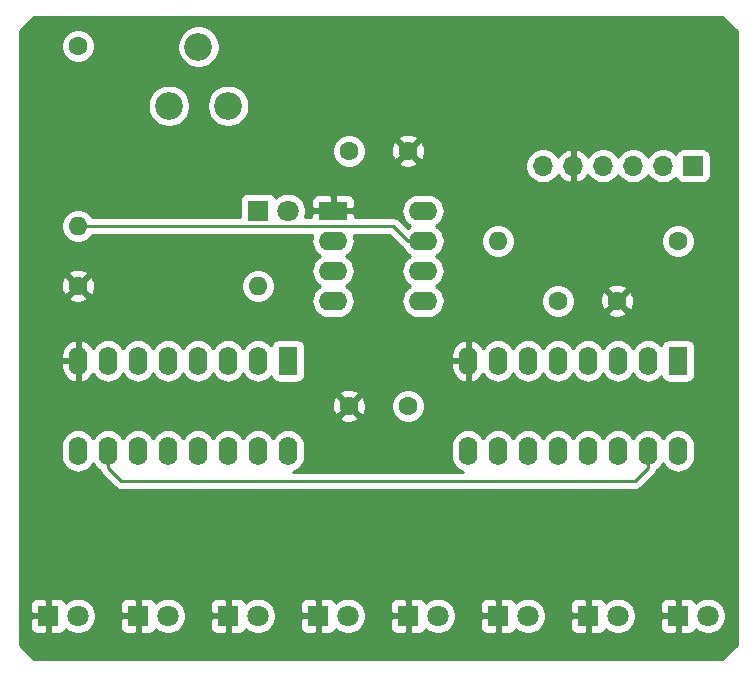
<source format=gbr>
G04 #@! TF.GenerationSoftware,KiCad,Pcbnew,5.1.5*
G04 #@! TF.CreationDate,2020-06-01T19:40:44-04:00*
G04 #@! TF.ProjectId,circuit,63697263-7569-4742-9e6b-696361645f70,rev?*
G04 #@! TF.SameCoordinates,Original*
G04 #@! TF.FileFunction,Copper,L2,Bot*
G04 #@! TF.FilePolarity,Positive*
%FSLAX46Y46*%
G04 Gerber Fmt 4.6, Leading zero omitted, Abs format (unit mm)*
G04 Created by KiCad (PCBNEW 5.1.5) date 2020-06-01 19:40:44*
%MOMM*%
%LPD*%
G04 APERTURE LIST*
%ADD10C,1.600000*%
%ADD11R,1.800000X1.800000*%
%ADD12C,1.800000*%
%ADD13O,1.600000X1.600000*%
%ADD14C,2.340000*%
%ADD15R,2.400000X1.600000*%
%ADD16O,2.400000X1.600000*%
%ADD17O,1.600000X2.400000*%
%ADD18R,1.600000X2.400000*%
%ADD19R,1.700000X1.700000*%
%ADD20O,1.700000X1.700000*%
%ADD21C,0.250000*%
%ADD22C,0.254000*%
G04 APERTURE END LIST*
D10*
X118110000Y-100330000D03*
X113110000Y-100330000D03*
X130810000Y-91440000D03*
X135810000Y-91440000D03*
X118110000Y-78740000D03*
X113110000Y-78740000D03*
D11*
X87630000Y-118110000D03*
D12*
X90170000Y-118110000D03*
X97790000Y-118110000D03*
D11*
X95250000Y-118110000D03*
D12*
X105410000Y-118110000D03*
D11*
X102870000Y-118110000D03*
X110490000Y-118110000D03*
D12*
X113030000Y-118110000D03*
D11*
X105410000Y-83820000D03*
D12*
X107950000Y-83820000D03*
D11*
X118110000Y-118110000D03*
D12*
X120650000Y-118110000D03*
X128270000Y-118110000D03*
D11*
X125730000Y-118110000D03*
D12*
X135890000Y-118110000D03*
D11*
X133350000Y-118110000D03*
X140970000Y-118110000D03*
D12*
X143510000Y-118110000D03*
D13*
X125730000Y-86360000D03*
D10*
X140970000Y-86360000D03*
X90170000Y-69850000D03*
D13*
X90170000Y-85090000D03*
D10*
X90170000Y-90170000D03*
D13*
X105410000Y-90170000D03*
D14*
X102870000Y-74930000D03*
X100370000Y-69930000D03*
X97870000Y-74930000D03*
D15*
X111760000Y-83820000D03*
D16*
X119380000Y-91440000D03*
X111760000Y-86360000D03*
X119380000Y-88900000D03*
X111760000Y-88900000D03*
X119380000Y-86360000D03*
X111760000Y-91440000D03*
X119380000Y-83820000D03*
D17*
X107950000Y-104140000D03*
X90170000Y-96520000D03*
X105410000Y-104140000D03*
X92710000Y-96520000D03*
X102870000Y-104140000D03*
X95250000Y-96520000D03*
X100330000Y-104140000D03*
X97790000Y-96520000D03*
X97790000Y-104140000D03*
X100330000Y-96520000D03*
X95250000Y-104140000D03*
X102870000Y-96520000D03*
X92710000Y-104140000D03*
X105410000Y-96520000D03*
X90170000Y-104140000D03*
D18*
X107950000Y-96520000D03*
X140970000Y-96520000D03*
D17*
X123190000Y-104140000D03*
X138430000Y-96520000D03*
X125730000Y-104140000D03*
X135890000Y-96520000D03*
X128270000Y-104140000D03*
X133350000Y-96520000D03*
X130810000Y-104140000D03*
X130810000Y-96520000D03*
X133350000Y-104140000D03*
X128270000Y-96520000D03*
X135890000Y-104140000D03*
X125730000Y-96520000D03*
X138430000Y-104140000D03*
X123190000Y-96520000D03*
X140970000Y-104140000D03*
D19*
X142240000Y-80010000D03*
D20*
X139700000Y-80010000D03*
X137160000Y-80010000D03*
X134620000Y-80010000D03*
X132080000Y-80010000D03*
X129540000Y-80010000D03*
D21*
X90170000Y-85090000D02*
X116840000Y-85090000D01*
X116840000Y-85090000D02*
X118110000Y-86360000D01*
X118110000Y-86360000D02*
X119380000Y-86360000D01*
X138430000Y-105590000D02*
X137340000Y-106680000D01*
X138430000Y-104140000D02*
X138430000Y-105590000D01*
X92710000Y-105590000D02*
X92710000Y-104140000D01*
X93800000Y-106680000D02*
X92710000Y-105590000D01*
X137340000Y-106680000D02*
X93800000Y-106680000D01*
D22*
G36*
X145923000Y-68632606D02*
G01*
X145923000Y-120597394D01*
X144727394Y-121793000D01*
X86412606Y-121793000D01*
X85217000Y-120597394D01*
X85217000Y-119010000D01*
X86091928Y-119010000D01*
X86104188Y-119134482D01*
X86140498Y-119254180D01*
X86199463Y-119364494D01*
X86278815Y-119461185D01*
X86375506Y-119540537D01*
X86485820Y-119599502D01*
X86605518Y-119635812D01*
X86730000Y-119648072D01*
X87344250Y-119645000D01*
X87503000Y-119486250D01*
X87503000Y-118237000D01*
X86253750Y-118237000D01*
X86095000Y-118395750D01*
X86091928Y-119010000D01*
X85217000Y-119010000D01*
X85217000Y-117210000D01*
X86091928Y-117210000D01*
X86095000Y-117824250D01*
X86253750Y-117983000D01*
X87503000Y-117983000D01*
X87503000Y-116733750D01*
X87757000Y-116733750D01*
X87757000Y-117983000D01*
X87777000Y-117983000D01*
X87777000Y-118237000D01*
X87757000Y-118237000D01*
X87757000Y-119486250D01*
X87915750Y-119645000D01*
X88530000Y-119648072D01*
X88654482Y-119635812D01*
X88774180Y-119599502D01*
X88884494Y-119540537D01*
X88981185Y-119461185D01*
X89060537Y-119364494D01*
X89119502Y-119254180D01*
X89125056Y-119235873D01*
X89191495Y-119302312D01*
X89442905Y-119470299D01*
X89722257Y-119586011D01*
X90018816Y-119645000D01*
X90321184Y-119645000D01*
X90617743Y-119586011D01*
X90897095Y-119470299D01*
X91148505Y-119302312D01*
X91362312Y-119088505D01*
X91414767Y-119010000D01*
X93711928Y-119010000D01*
X93724188Y-119134482D01*
X93760498Y-119254180D01*
X93819463Y-119364494D01*
X93898815Y-119461185D01*
X93995506Y-119540537D01*
X94105820Y-119599502D01*
X94225518Y-119635812D01*
X94350000Y-119648072D01*
X94964250Y-119645000D01*
X95123000Y-119486250D01*
X95123000Y-118237000D01*
X93873750Y-118237000D01*
X93715000Y-118395750D01*
X93711928Y-119010000D01*
X91414767Y-119010000D01*
X91530299Y-118837095D01*
X91646011Y-118557743D01*
X91705000Y-118261184D01*
X91705000Y-117958816D01*
X91646011Y-117662257D01*
X91530299Y-117382905D01*
X91414768Y-117210000D01*
X93711928Y-117210000D01*
X93715000Y-117824250D01*
X93873750Y-117983000D01*
X95123000Y-117983000D01*
X95123000Y-116733750D01*
X95377000Y-116733750D01*
X95377000Y-117983000D01*
X95397000Y-117983000D01*
X95397000Y-118237000D01*
X95377000Y-118237000D01*
X95377000Y-119486250D01*
X95535750Y-119645000D01*
X96150000Y-119648072D01*
X96274482Y-119635812D01*
X96394180Y-119599502D01*
X96504494Y-119540537D01*
X96601185Y-119461185D01*
X96680537Y-119364494D01*
X96739502Y-119254180D01*
X96745056Y-119235873D01*
X96811495Y-119302312D01*
X97062905Y-119470299D01*
X97342257Y-119586011D01*
X97638816Y-119645000D01*
X97941184Y-119645000D01*
X98237743Y-119586011D01*
X98517095Y-119470299D01*
X98768505Y-119302312D01*
X98982312Y-119088505D01*
X99034767Y-119010000D01*
X101331928Y-119010000D01*
X101344188Y-119134482D01*
X101380498Y-119254180D01*
X101439463Y-119364494D01*
X101518815Y-119461185D01*
X101615506Y-119540537D01*
X101725820Y-119599502D01*
X101845518Y-119635812D01*
X101970000Y-119648072D01*
X102584250Y-119645000D01*
X102743000Y-119486250D01*
X102743000Y-118237000D01*
X101493750Y-118237000D01*
X101335000Y-118395750D01*
X101331928Y-119010000D01*
X99034767Y-119010000D01*
X99150299Y-118837095D01*
X99266011Y-118557743D01*
X99325000Y-118261184D01*
X99325000Y-117958816D01*
X99266011Y-117662257D01*
X99150299Y-117382905D01*
X99034768Y-117210000D01*
X101331928Y-117210000D01*
X101335000Y-117824250D01*
X101493750Y-117983000D01*
X102743000Y-117983000D01*
X102743000Y-116733750D01*
X102997000Y-116733750D01*
X102997000Y-117983000D01*
X103017000Y-117983000D01*
X103017000Y-118237000D01*
X102997000Y-118237000D01*
X102997000Y-119486250D01*
X103155750Y-119645000D01*
X103770000Y-119648072D01*
X103894482Y-119635812D01*
X104014180Y-119599502D01*
X104124494Y-119540537D01*
X104221185Y-119461185D01*
X104300537Y-119364494D01*
X104359502Y-119254180D01*
X104365056Y-119235873D01*
X104431495Y-119302312D01*
X104682905Y-119470299D01*
X104962257Y-119586011D01*
X105258816Y-119645000D01*
X105561184Y-119645000D01*
X105857743Y-119586011D01*
X106137095Y-119470299D01*
X106388505Y-119302312D01*
X106602312Y-119088505D01*
X106654767Y-119010000D01*
X108951928Y-119010000D01*
X108964188Y-119134482D01*
X109000498Y-119254180D01*
X109059463Y-119364494D01*
X109138815Y-119461185D01*
X109235506Y-119540537D01*
X109345820Y-119599502D01*
X109465518Y-119635812D01*
X109590000Y-119648072D01*
X110204250Y-119645000D01*
X110363000Y-119486250D01*
X110363000Y-118237000D01*
X109113750Y-118237000D01*
X108955000Y-118395750D01*
X108951928Y-119010000D01*
X106654767Y-119010000D01*
X106770299Y-118837095D01*
X106886011Y-118557743D01*
X106945000Y-118261184D01*
X106945000Y-117958816D01*
X106886011Y-117662257D01*
X106770299Y-117382905D01*
X106654768Y-117210000D01*
X108951928Y-117210000D01*
X108955000Y-117824250D01*
X109113750Y-117983000D01*
X110363000Y-117983000D01*
X110363000Y-116733750D01*
X110617000Y-116733750D01*
X110617000Y-117983000D01*
X110637000Y-117983000D01*
X110637000Y-118237000D01*
X110617000Y-118237000D01*
X110617000Y-119486250D01*
X110775750Y-119645000D01*
X111390000Y-119648072D01*
X111514482Y-119635812D01*
X111634180Y-119599502D01*
X111744494Y-119540537D01*
X111841185Y-119461185D01*
X111920537Y-119364494D01*
X111979502Y-119254180D01*
X111985056Y-119235873D01*
X112051495Y-119302312D01*
X112302905Y-119470299D01*
X112582257Y-119586011D01*
X112878816Y-119645000D01*
X113181184Y-119645000D01*
X113477743Y-119586011D01*
X113757095Y-119470299D01*
X114008505Y-119302312D01*
X114222312Y-119088505D01*
X114274767Y-119010000D01*
X116571928Y-119010000D01*
X116584188Y-119134482D01*
X116620498Y-119254180D01*
X116679463Y-119364494D01*
X116758815Y-119461185D01*
X116855506Y-119540537D01*
X116965820Y-119599502D01*
X117085518Y-119635812D01*
X117210000Y-119648072D01*
X117824250Y-119645000D01*
X117983000Y-119486250D01*
X117983000Y-118237000D01*
X116733750Y-118237000D01*
X116575000Y-118395750D01*
X116571928Y-119010000D01*
X114274767Y-119010000D01*
X114390299Y-118837095D01*
X114506011Y-118557743D01*
X114565000Y-118261184D01*
X114565000Y-117958816D01*
X114506011Y-117662257D01*
X114390299Y-117382905D01*
X114274768Y-117210000D01*
X116571928Y-117210000D01*
X116575000Y-117824250D01*
X116733750Y-117983000D01*
X117983000Y-117983000D01*
X117983000Y-116733750D01*
X118237000Y-116733750D01*
X118237000Y-117983000D01*
X118257000Y-117983000D01*
X118257000Y-118237000D01*
X118237000Y-118237000D01*
X118237000Y-119486250D01*
X118395750Y-119645000D01*
X119010000Y-119648072D01*
X119134482Y-119635812D01*
X119254180Y-119599502D01*
X119364494Y-119540537D01*
X119461185Y-119461185D01*
X119540537Y-119364494D01*
X119599502Y-119254180D01*
X119605056Y-119235873D01*
X119671495Y-119302312D01*
X119922905Y-119470299D01*
X120202257Y-119586011D01*
X120498816Y-119645000D01*
X120801184Y-119645000D01*
X121097743Y-119586011D01*
X121377095Y-119470299D01*
X121628505Y-119302312D01*
X121842312Y-119088505D01*
X121894767Y-119010000D01*
X124191928Y-119010000D01*
X124204188Y-119134482D01*
X124240498Y-119254180D01*
X124299463Y-119364494D01*
X124378815Y-119461185D01*
X124475506Y-119540537D01*
X124585820Y-119599502D01*
X124705518Y-119635812D01*
X124830000Y-119648072D01*
X125444250Y-119645000D01*
X125603000Y-119486250D01*
X125603000Y-118237000D01*
X124353750Y-118237000D01*
X124195000Y-118395750D01*
X124191928Y-119010000D01*
X121894767Y-119010000D01*
X122010299Y-118837095D01*
X122126011Y-118557743D01*
X122185000Y-118261184D01*
X122185000Y-117958816D01*
X122126011Y-117662257D01*
X122010299Y-117382905D01*
X121894768Y-117210000D01*
X124191928Y-117210000D01*
X124195000Y-117824250D01*
X124353750Y-117983000D01*
X125603000Y-117983000D01*
X125603000Y-116733750D01*
X125857000Y-116733750D01*
X125857000Y-117983000D01*
X125877000Y-117983000D01*
X125877000Y-118237000D01*
X125857000Y-118237000D01*
X125857000Y-119486250D01*
X126015750Y-119645000D01*
X126630000Y-119648072D01*
X126754482Y-119635812D01*
X126874180Y-119599502D01*
X126984494Y-119540537D01*
X127081185Y-119461185D01*
X127160537Y-119364494D01*
X127219502Y-119254180D01*
X127225056Y-119235873D01*
X127291495Y-119302312D01*
X127542905Y-119470299D01*
X127822257Y-119586011D01*
X128118816Y-119645000D01*
X128421184Y-119645000D01*
X128717743Y-119586011D01*
X128997095Y-119470299D01*
X129248505Y-119302312D01*
X129462312Y-119088505D01*
X129514767Y-119010000D01*
X131811928Y-119010000D01*
X131824188Y-119134482D01*
X131860498Y-119254180D01*
X131919463Y-119364494D01*
X131998815Y-119461185D01*
X132095506Y-119540537D01*
X132205820Y-119599502D01*
X132325518Y-119635812D01*
X132450000Y-119648072D01*
X133064250Y-119645000D01*
X133223000Y-119486250D01*
X133223000Y-118237000D01*
X131973750Y-118237000D01*
X131815000Y-118395750D01*
X131811928Y-119010000D01*
X129514767Y-119010000D01*
X129630299Y-118837095D01*
X129746011Y-118557743D01*
X129805000Y-118261184D01*
X129805000Y-117958816D01*
X129746011Y-117662257D01*
X129630299Y-117382905D01*
X129514768Y-117210000D01*
X131811928Y-117210000D01*
X131815000Y-117824250D01*
X131973750Y-117983000D01*
X133223000Y-117983000D01*
X133223000Y-116733750D01*
X133477000Y-116733750D01*
X133477000Y-117983000D01*
X133497000Y-117983000D01*
X133497000Y-118237000D01*
X133477000Y-118237000D01*
X133477000Y-119486250D01*
X133635750Y-119645000D01*
X134250000Y-119648072D01*
X134374482Y-119635812D01*
X134494180Y-119599502D01*
X134604494Y-119540537D01*
X134701185Y-119461185D01*
X134780537Y-119364494D01*
X134839502Y-119254180D01*
X134845056Y-119235873D01*
X134911495Y-119302312D01*
X135162905Y-119470299D01*
X135442257Y-119586011D01*
X135738816Y-119645000D01*
X136041184Y-119645000D01*
X136337743Y-119586011D01*
X136617095Y-119470299D01*
X136868505Y-119302312D01*
X137082312Y-119088505D01*
X137134767Y-119010000D01*
X139431928Y-119010000D01*
X139444188Y-119134482D01*
X139480498Y-119254180D01*
X139539463Y-119364494D01*
X139618815Y-119461185D01*
X139715506Y-119540537D01*
X139825820Y-119599502D01*
X139945518Y-119635812D01*
X140070000Y-119648072D01*
X140684250Y-119645000D01*
X140843000Y-119486250D01*
X140843000Y-118237000D01*
X139593750Y-118237000D01*
X139435000Y-118395750D01*
X139431928Y-119010000D01*
X137134767Y-119010000D01*
X137250299Y-118837095D01*
X137366011Y-118557743D01*
X137425000Y-118261184D01*
X137425000Y-117958816D01*
X137366011Y-117662257D01*
X137250299Y-117382905D01*
X137134768Y-117210000D01*
X139431928Y-117210000D01*
X139435000Y-117824250D01*
X139593750Y-117983000D01*
X140843000Y-117983000D01*
X140843000Y-116733750D01*
X141097000Y-116733750D01*
X141097000Y-117983000D01*
X141117000Y-117983000D01*
X141117000Y-118237000D01*
X141097000Y-118237000D01*
X141097000Y-119486250D01*
X141255750Y-119645000D01*
X141870000Y-119648072D01*
X141994482Y-119635812D01*
X142114180Y-119599502D01*
X142224494Y-119540537D01*
X142321185Y-119461185D01*
X142400537Y-119364494D01*
X142459502Y-119254180D01*
X142465056Y-119235873D01*
X142531495Y-119302312D01*
X142782905Y-119470299D01*
X143062257Y-119586011D01*
X143358816Y-119645000D01*
X143661184Y-119645000D01*
X143957743Y-119586011D01*
X144237095Y-119470299D01*
X144488505Y-119302312D01*
X144702312Y-119088505D01*
X144870299Y-118837095D01*
X144986011Y-118557743D01*
X145045000Y-118261184D01*
X145045000Y-117958816D01*
X144986011Y-117662257D01*
X144870299Y-117382905D01*
X144702312Y-117131495D01*
X144488505Y-116917688D01*
X144237095Y-116749701D01*
X143957743Y-116633989D01*
X143661184Y-116575000D01*
X143358816Y-116575000D01*
X143062257Y-116633989D01*
X142782905Y-116749701D01*
X142531495Y-116917688D01*
X142465056Y-116984127D01*
X142459502Y-116965820D01*
X142400537Y-116855506D01*
X142321185Y-116758815D01*
X142224494Y-116679463D01*
X142114180Y-116620498D01*
X141994482Y-116584188D01*
X141870000Y-116571928D01*
X141255750Y-116575000D01*
X141097000Y-116733750D01*
X140843000Y-116733750D01*
X140684250Y-116575000D01*
X140070000Y-116571928D01*
X139945518Y-116584188D01*
X139825820Y-116620498D01*
X139715506Y-116679463D01*
X139618815Y-116758815D01*
X139539463Y-116855506D01*
X139480498Y-116965820D01*
X139444188Y-117085518D01*
X139431928Y-117210000D01*
X137134768Y-117210000D01*
X137082312Y-117131495D01*
X136868505Y-116917688D01*
X136617095Y-116749701D01*
X136337743Y-116633989D01*
X136041184Y-116575000D01*
X135738816Y-116575000D01*
X135442257Y-116633989D01*
X135162905Y-116749701D01*
X134911495Y-116917688D01*
X134845056Y-116984127D01*
X134839502Y-116965820D01*
X134780537Y-116855506D01*
X134701185Y-116758815D01*
X134604494Y-116679463D01*
X134494180Y-116620498D01*
X134374482Y-116584188D01*
X134250000Y-116571928D01*
X133635750Y-116575000D01*
X133477000Y-116733750D01*
X133223000Y-116733750D01*
X133064250Y-116575000D01*
X132450000Y-116571928D01*
X132325518Y-116584188D01*
X132205820Y-116620498D01*
X132095506Y-116679463D01*
X131998815Y-116758815D01*
X131919463Y-116855506D01*
X131860498Y-116965820D01*
X131824188Y-117085518D01*
X131811928Y-117210000D01*
X129514768Y-117210000D01*
X129462312Y-117131495D01*
X129248505Y-116917688D01*
X128997095Y-116749701D01*
X128717743Y-116633989D01*
X128421184Y-116575000D01*
X128118816Y-116575000D01*
X127822257Y-116633989D01*
X127542905Y-116749701D01*
X127291495Y-116917688D01*
X127225056Y-116984127D01*
X127219502Y-116965820D01*
X127160537Y-116855506D01*
X127081185Y-116758815D01*
X126984494Y-116679463D01*
X126874180Y-116620498D01*
X126754482Y-116584188D01*
X126630000Y-116571928D01*
X126015750Y-116575000D01*
X125857000Y-116733750D01*
X125603000Y-116733750D01*
X125444250Y-116575000D01*
X124830000Y-116571928D01*
X124705518Y-116584188D01*
X124585820Y-116620498D01*
X124475506Y-116679463D01*
X124378815Y-116758815D01*
X124299463Y-116855506D01*
X124240498Y-116965820D01*
X124204188Y-117085518D01*
X124191928Y-117210000D01*
X121894768Y-117210000D01*
X121842312Y-117131495D01*
X121628505Y-116917688D01*
X121377095Y-116749701D01*
X121097743Y-116633989D01*
X120801184Y-116575000D01*
X120498816Y-116575000D01*
X120202257Y-116633989D01*
X119922905Y-116749701D01*
X119671495Y-116917688D01*
X119605056Y-116984127D01*
X119599502Y-116965820D01*
X119540537Y-116855506D01*
X119461185Y-116758815D01*
X119364494Y-116679463D01*
X119254180Y-116620498D01*
X119134482Y-116584188D01*
X119010000Y-116571928D01*
X118395750Y-116575000D01*
X118237000Y-116733750D01*
X117983000Y-116733750D01*
X117824250Y-116575000D01*
X117210000Y-116571928D01*
X117085518Y-116584188D01*
X116965820Y-116620498D01*
X116855506Y-116679463D01*
X116758815Y-116758815D01*
X116679463Y-116855506D01*
X116620498Y-116965820D01*
X116584188Y-117085518D01*
X116571928Y-117210000D01*
X114274768Y-117210000D01*
X114222312Y-117131495D01*
X114008505Y-116917688D01*
X113757095Y-116749701D01*
X113477743Y-116633989D01*
X113181184Y-116575000D01*
X112878816Y-116575000D01*
X112582257Y-116633989D01*
X112302905Y-116749701D01*
X112051495Y-116917688D01*
X111985056Y-116984127D01*
X111979502Y-116965820D01*
X111920537Y-116855506D01*
X111841185Y-116758815D01*
X111744494Y-116679463D01*
X111634180Y-116620498D01*
X111514482Y-116584188D01*
X111390000Y-116571928D01*
X110775750Y-116575000D01*
X110617000Y-116733750D01*
X110363000Y-116733750D01*
X110204250Y-116575000D01*
X109590000Y-116571928D01*
X109465518Y-116584188D01*
X109345820Y-116620498D01*
X109235506Y-116679463D01*
X109138815Y-116758815D01*
X109059463Y-116855506D01*
X109000498Y-116965820D01*
X108964188Y-117085518D01*
X108951928Y-117210000D01*
X106654768Y-117210000D01*
X106602312Y-117131495D01*
X106388505Y-116917688D01*
X106137095Y-116749701D01*
X105857743Y-116633989D01*
X105561184Y-116575000D01*
X105258816Y-116575000D01*
X104962257Y-116633989D01*
X104682905Y-116749701D01*
X104431495Y-116917688D01*
X104365056Y-116984127D01*
X104359502Y-116965820D01*
X104300537Y-116855506D01*
X104221185Y-116758815D01*
X104124494Y-116679463D01*
X104014180Y-116620498D01*
X103894482Y-116584188D01*
X103770000Y-116571928D01*
X103155750Y-116575000D01*
X102997000Y-116733750D01*
X102743000Y-116733750D01*
X102584250Y-116575000D01*
X101970000Y-116571928D01*
X101845518Y-116584188D01*
X101725820Y-116620498D01*
X101615506Y-116679463D01*
X101518815Y-116758815D01*
X101439463Y-116855506D01*
X101380498Y-116965820D01*
X101344188Y-117085518D01*
X101331928Y-117210000D01*
X99034768Y-117210000D01*
X98982312Y-117131495D01*
X98768505Y-116917688D01*
X98517095Y-116749701D01*
X98237743Y-116633989D01*
X97941184Y-116575000D01*
X97638816Y-116575000D01*
X97342257Y-116633989D01*
X97062905Y-116749701D01*
X96811495Y-116917688D01*
X96745056Y-116984127D01*
X96739502Y-116965820D01*
X96680537Y-116855506D01*
X96601185Y-116758815D01*
X96504494Y-116679463D01*
X96394180Y-116620498D01*
X96274482Y-116584188D01*
X96150000Y-116571928D01*
X95535750Y-116575000D01*
X95377000Y-116733750D01*
X95123000Y-116733750D01*
X94964250Y-116575000D01*
X94350000Y-116571928D01*
X94225518Y-116584188D01*
X94105820Y-116620498D01*
X93995506Y-116679463D01*
X93898815Y-116758815D01*
X93819463Y-116855506D01*
X93760498Y-116965820D01*
X93724188Y-117085518D01*
X93711928Y-117210000D01*
X91414768Y-117210000D01*
X91362312Y-117131495D01*
X91148505Y-116917688D01*
X90897095Y-116749701D01*
X90617743Y-116633989D01*
X90321184Y-116575000D01*
X90018816Y-116575000D01*
X89722257Y-116633989D01*
X89442905Y-116749701D01*
X89191495Y-116917688D01*
X89125056Y-116984127D01*
X89119502Y-116965820D01*
X89060537Y-116855506D01*
X88981185Y-116758815D01*
X88884494Y-116679463D01*
X88774180Y-116620498D01*
X88654482Y-116584188D01*
X88530000Y-116571928D01*
X87915750Y-116575000D01*
X87757000Y-116733750D01*
X87503000Y-116733750D01*
X87344250Y-116575000D01*
X86730000Y-116571928D01*
X86605518Y-116584188D01*
X86485820Y-116620498D01*
X86375506Y-116679463D01*
X86278815Y-116758815D01*
X86199463Y-116855506D01*
X86140498Y-116965820D01*
X86104188Y-117085518D01*
X86091928Y-117210000D01*
X85217000Y-117210000D01*
X85217000Y-103669508D01*
X88735000Y-103669508D01*
X88735000Y-104610491D01*
X88755764Y-104821308D01*
X88837818Y-105091807D01*
X88971068Y-105341100D01*
X89150392Y-105559607D01*
X89368899Y-105738932D01*
X89618192Y-105872182D01*
X89888691Y-105954236D01*
X90170000Y-105981943D01*
X90451308Y-105954236D01*
X90721807Y-105872182D01*
X90971100Y-105738932D01*
X91189607Y-105559608D01*
X91368932Y-105341101D01*
X91440000Y-105208142D01*
X91511068Y-105341100D01*
X91690392Y-105559607D01*
X91908899Y-105738932D01*
X91971060Y-105772158D01*
X92001401Y-105872182D01*
X92004454Y-105882246D01*
X92075026Y-106014276D01*
X92100262Y-106045026D01*
X92169999Y-106130001D01*
X92199002Y-106153804D01*
X93236201Y-107191003D01*
X93259999Y-107220001D01*
X93375724Y-107314974D01*
X93507753Y-107385546D01*
X93651014Y-107429003D01*
X93762667Y-107440000D01*
X93762675Y-107440000D01*
X93800000Y-107443676D01*
X93837325Y-107440000D01*
X137302678Y-107440000D01*
X137340000Y-107443676D01*
X137377322Y-107440000D01*
X137377333Y-107440000D01*
X137488986Y-107429003D01*
X137632247Y-107385546D01*
X137764276Y-107314974D01*
X137880001Y-107220001D01*
X137903804Y-107190998D01*
X138941003Y-106153799D01*
X138970001Y-106130001D01*
X139064974Y-106014276D01*
X139135546Y-105882247D01*
X139168941Y-105772157D01*
X139231100Y-105738932D01*
X139449607Y-105559608D01*
X139628932Y-105341101D01*
X139700000Y-105208142D01*
X139771068Y-105341100D01*
X139950392Y-105559607D01*
X140168899Y-105738932D01*
X140418192Y-105872182D01*
X140688691Y-105954236D01*
X140970000Y-105981943D01*
X141251308Y-105954236D01*
X141521807Y-105872182D01*
X141771100Y-105738932D01*
X141989607Y-105559608D01*
X142168932Y-105341101D01*
X142302182Y-105091808D01*
X142384236Y-104821309D01*
X142405000Y-104610492D01*
X142405000Y-103669509D01*
X142384236Y-103458691D01*
X142302182Y-103188192D01*
X142168932Y-102938899D01*
X141989608Y-102720392D01*
X141771101Y-102541068D01*
X141521808Y-102407818D01*
X141251309Y-102325764D01*
X140970000Y-102298057D01*
X140688692Y-102325764D01*
X140418193Y-102407818D01*
X140168900Y-102541068D01*
X139950393Y-102720392D01*
X139771068Y-102938899D01*
X139700000Y-103071858D01*
X139628932Y-102938899D01*
X139449608Y-102720392D01*
X139231101Y-102541068D01*
X138981808Y-102407818D01*
X138711309Y-102325764D01*
X138430000Y-102298057D01*
X138148692Y-102325764D01*
X137878193Y-102407818D01*
X137628900Y-102541068D01*
X137410393Y-102720392D01*
X137231068Y-102938899D01*
X137160000Y-103071858D01*
X137088932Y-102938899D01*
X136909608Y-102720392D01*
X136691101Y-102541068D01*
X136441808Y-102407818D01*
X136171309Y-102325764D01*
X135890000Y-102298057D01*
X135608692Y-102325764D01*
X135338193Y-102407818D01*
X135088900Y-102541068D01*
X134870393Y-102720392D01*
X134691068Y-102938899D01*
X134620000Y-103071858D01*
X134548932Y-102938899D01*
X134369608Y-102720392D01*
X134151101Y-102541068D01*
X133901808Y-102407818D01*
X133631309Y-102325764D01*
X133350000Y-102298057D01*
X133068692Y-102325764D01*
X132798193Y-102407818D01*
X132548900Y-102541068D01*
X132330393Y-102720392D01*
X132151068Y-102938899D01*
X132080000Y-103071858D01*
X132008932Y-102938899D01*
X131829608Y-102720392D01*
X131611101Y-102541068D01*
X131361808Y-102407818D01*
X131091309Y-102325764D01*
X130810000Y-102298057D01*
X130528692Y-102325764D01*
X130258193Y-102407818D01*
X130008900Y-102541068D01*
X129790393Y-102720392D01*
X129611068Y-102938899D01*
X129540000Y-103071858D01*
X129468932Y-102938899D01*
X129289608Y-102720392D01*
X129071101Y-102541068D01*
X128821808Y-102407818D01*
X128551309Y-102325764D01*
X128270000Y-102298057D01*
X127988692Y-102325764D01*
X127718193Y-102407818D01*
X127468900Y-102541068D01*
X127250393Y-102720392D01*
X127071068Y-102938899D01*
X127000000Y-103071858D01*
X126928932Y-102938899D01*
X126749608Y-102720392D01*
X126531101Y-102541068D01*
X126281808Y-102407818D01*
X126011309Y-102325764D01*
X125730000Y-102298057D01*
X125448692Y-102325764D01*
X125178193Y-102407818D01*
X124928900Y-102541068D01*
X124710393Y-102720392D01*
X124531068Y-102938899D01*
X124460000Y-103071858D01*
X124388932Y-102938899D01*
X124209608Y-102720392D01*
X123991101Y-102541068D01*
X123741808Y-102407818D01*
X123471309Y-102325764D01*
X123190000Y-102298057D01*
X122908692Y-102325764D01*
X122638193Y-102407818D01*
X122388900Y-102541068D01*
X122170393Y-102720392D01*
X121991068Y-102938899D01*
X121857818Y-103188192D01*
X121775764Y-103458691D01*
X121755000Y-103669508D01*
X121755000Y-104610491D01*
X121775764Y-104821308D01*
X121857818Y-105091807D01*
X121991068Y-105341100D01*
X122170392Y-105559607D01*
X122388899Y-105738932D01*
X122638192Y-105872182D01*
X122795829Y-105920000D01*
X108344170Y-105920000D01*
X108501807Y-105872182D01*
X108751100Y-105738932D01*
X108969607Y-105559608D01*
X109148932Y-105341101D01*
X109282182Y-105091808D01*
X109364236Y-104821309D01*
X109385000Y-104610492D01*
X109385000Y-103669509D01*
X109364236Y-103458691D01*
X109282182Y-103188192D01*
X109148932Y-102938899D01*
X108969608Y-102720392D01*
X108751101Y-102541068D01*
X108501808Y-102407818D01*
X108231309Y-102325764D01*
X107950000Y-102298057D01*
X107668692Y-102325764D01*
X107398193Y-102407818D01*
X107148900Y-102541068D01*
X106930393Y-102720392D01*
X106751068Y-102938899D01*
X106680000Y-103071858D01*
X106608932Y-102938899D01*
X106429608Y-102720392D01*
X106211101Y-102541068D01*
X105961808Y-102407818D01*
X105691309Y-102325764D01*
X105410000Y-102298057D01*
X105128692Y-102325764D01*
X104858193Y-102407818D01*
X104608900Y-102541068D01*
X104390393Y-102720392D01*
X104211068Y-102938899D01*
X104140000Y-103071858D01*
X104068932Y-102938899D01*
X103889608Y-102720392D01*
X103671101Y-102541068D01*
X103421808Y-102407818D01*
X103151309Y-102325764D01*
X102870000Y-102298057D01*
X102588692Y-102325764D01*
X102318193Y-102407818D01*
X102068900Y-102541068D01*
X101850393Y-102720392D01*
X101671068Y-102938899D01*
X101600000Y-103071858D01*
X101528932Y-102938899D01*
X101349608Y-102720392D01*
X101131101Y-102541068D01*
X100881808Y-102407818D01*
X100611309Y-102325764D01*
X100330000Y-102298057D01*
X100048692Y-102325764D01*
X99778193Y-102407818D01*
X99528900Y-102541068D01*
X99310393Y-102720392D01*
X99131068Y-102938899D01*
X99060000Y-103071858D01*
X98988932Y-102938899D01*
X98809608Y-102720392D01*
X98591101Y-102541068D01*
X98341808Y-102407818D01*
X98071309Y-102325764D01*
X97790000Y-102298057D01*
X97508692Y-102325764D01*
X97238193Y-102407818D01*
X96988900Y-102541068D01*
X96770393Y-102720392D01*
X96591068Y-102938899D01*
X96520000Y-103071858D01*
X96448932Y-102938899D01*
X96269608Y-102720392D01*
X96051101Y-102541068D01*
X95801808Y-102407818D01*
X95531309Y-102325764D01*
X95250000Y-102298057D01*
X94968692Y-102325764D01*
X94698193Y-102407818D01*
X94448900Y-102541068D01*
X94230393Y-102720392D01*
X94051068Y-102938899D01*
X93980000Y-103071858D01*
X93908932Y-102938899D01*
X93729608Y-102720392D01*
X93511101Y-102541068D01*
X93261808Y-102407818D01*
X92991309Y-102325764D01*
X92710000Y-102298057D01*
X92428692Y-102325764D01*
X92158193Y-102407818D01*
X91908900Y-102541068D01*
X91690393Y-102720392D01*
X91511068Y-102938899D01*
X91440000Y-103071858D01*
X91368932Y-102938899D01*
X91189608Y-102720392D01*
X90971101Y-102541068D01*
X90721808Y-102407818D01*
X90451309Y-102325764D01*
X90170000Y-102298057D01*
X89888692Y-102325764D01*
X89618193Y-102407818D01*
X89368900Y-102541068D01*
X89150393Y-102720392D01*
X88971068Y-102938899D01*
X88837818Y-103188192D01*
X88755764Y-103458691D01*
X88735000Y-103669508D01*
X85217000Y-103669508D01*
X85217000Y-101322702D01*
X112296903Y-101322702D01*
X112368486Y-101566671D01*
X112623996Y-101687571D01*
X112898184Y-101756300D01*
X113180512Y-101770217D01*
X113460130Y-101728787D01*
X113726292Y-101633603D01*
X113851514Y-101566671D01*
X113923097Y-101322702D01*
X113110000Y-100509605D01*
X112296903Y-101322702D01*
X85217000Y-101322702D01*
X85217000Y-100400512D01*
X111669783Y-100400512D01*
X111711213Y-100680130D01*
X111806397Y-100946292D01*
X111873329Y-101071514D01*
X112117298Y-101143097D01*
X112930395Y-100330000D01*
X113289605Y-100330000D01*
X114102702Y-101143097D01*
X114346671Y-101071514D01*
X114467571Y-100816004D01*
X114536300Y-100541816D01*
X114550217Y-100259488D01*
X114539724Y-100188665D01*
X116675000Y-100188665D01*
X116675000Y-100471335D01*
X116730147Y-100748574D01*
X116838320Y-101009727D01*
X116995363Y-101244759D01*
X117195241Y-101444637D01*
X117430273Y-101601680D01*
X117691426Y-101709853D01*
X117968665Y-101765000D01*
X118251335Y-101765000D01*
X118528574Y-101709853D01*
X118789727Y-101601680D01*
X119024759Y-101444637D01*
X119224637Y-101244759D01*
X119381680Y-101009727D01*
X119489853Y-100748574D01*
X119545000Y-100471335D01*
X119545000Y-100188665D01*
X119489853Y-99911426D01*
X119381680Y-99650273D01*
X119224637Y-99415241D01*
X119024759Y-99215363D01*
X118789727Y-99058320D01*
X118528574Y-98950147D01*
X118251335Y-98895000D01*
X117968665Y-98895000D01*
X117691426Y-98950147D01*
X117430273Y-99058320D01*
X117195241Y-99215363D01*
X116995363Y-99415241D01*
X116838320Y-99650273D01*
X116730147Y-99911426D01*
X116675000Y-100188665D01*
X114539724Y-100188665D01*
X114508787Y-99979870D01*
X114413603Y-99713708D01*
X114346671Y-99588486D01*
X114102702Y-99516903D01*
X113289605Y-100330000D01*
X112930395Y-100330000D01*
X112117298Y-99516903D01*
X111873329Y-99588486D01*
X111752429Y-99843996D01*
X111683700Y-100118184D01*
X111669783Y-100400512D01*
X85217000Y-100400512D01*
X85217000Y-99337298D01*
X112296903Y-99337298D01*
X113110000Y-100150395D01*
X113923097Y-99337298D01*
X113851514Y-99093329D01*
X113596004Y-98972429D01*
X113321816Y-98903700D01*
X113039488Y-98889783D01*
X112759870Y-98931213D01*
X112493708Y-99026397D01*
X112368486Y-99093329D01*
X112296903Y-99337298D01*
X85217000Y-99337298D01*
X85217000Y-96647000D01*
X88735000Y-96647000D01*
X88735000Y-97047000D01*
X88787350Y-97324514D01*
X88892834Y-97586483D01*
X89047399Y-97822839D01*
X89245105Y-98024500D01*
X89478354Y-98183715D01*
X89738182Y-98294367D01*
X89820961Y-98311904D01*
X90043000Y-98189915D01*
X90043000Y-96647000D01*
X88735000Y-96647000D01*
X85217000Y-96647000D01*
X85217000Y-95993000D01*
X88735000Y-95993000D01*
X88735000Y-96393000D01*
X90043000Y-96393000D01*
X90043000Y-94850085D01*
X90297000Y-94850085D01*
X90297000Y-96393000D01*
X90317000Y-96393000D01*
X90317000Y-96647000D01*
X90297000Y-96647000D01*
X90297000Y-98189915D01*
X90519039Y-98311904D01*
X90601818Y-98294367D01*
X90861646Y-98183715D01*
X91094895Y-98024500D01*
X91292601Y-97822839D01*
X91442735Y-97593258D01*
X91511068Y-97721100D01*
X91690392Y-97939607D01*
X91908899Y-98118932D01*
X92158192Y-98252182D01*
X92428691Y-98334236D01*
X92710000Y-98361943D01*
X92991308Y-98334236D01*
X93261807Y-98252182D01*
X93511100Y-98118932D01*
X93729607Y-97939608D01*
X93908932Y-97721101D01*
X93980000Y-97588142D01*
X94051068Y-97721100D01*
X94230392Y-97939607D01*
X94448899Y-98118932D01*
X94698192Y-98252182D01*
X94968691Y-98334236D01*
X95250000Y-98361943D01*
X95531308Y-98334236D01*
X95801807Y-98252182D01*
X96051100Y-98118932D01*
X96269607Y-97939608D01*
X96448932Y-97721101D01*
X96520000Y-97588142D01*
X96591068Y-97721100D01*
X96770392Y-97939607D01*
X96988899Y-98118932D01*
X97238192Y-98252182D01*
X97508691Y-98334236D01*
X97790000Y-98361943D01*
X98071308Y-98334236D01*
X98341807Y-98252182D01*
X98591100Y-98118932D01*
X98809607Y-97939608D01*
X98988932Y-97721101D01*
X99060000Y-97588142D01*
X99131068Y-97721100D01*
X99310392Y-97939607D01*
X99528899Y-98118932D01*
X99778192Y-98252182D01*
X100048691Y-98334236D01*
X100330000Y-98361943D01*
X100611308Y-98334236D01*
X100881807Y-98252182D01*
X101131100Y-98118932D01*
X101349607Y-97939608D01*
X101528932Y-97721101D01*
X101600000Y-97588142D01*
X101671068Y-97721100D01*
X101850392Y-97939607D01*
X102068899Y-98118932D01*
X102318192Y-98252182D01*
X102588691Y-98334236D01*
X102870000Y-98361943D01*
X103151308Y-98334236D01*
X103421807Y-98252182D01*
X103671100Y-98118932D01*
X103889607Y-97939608D01*
X104068932Y-97721101D01*
X104140000Y-97588142D01*
X104211068Y-97721100D01*
X104390392Y-97939607D01*
X104608899Y-98118932D01*
X104858192Y-98252182D01*
X105128691Y-98334236D01*
X105410000Y-98361943D01*
X105691308Y-98334236D01*
X105961807Y-98252182D01*
X106211100Y-98118932D01*
X106429607Y-97939608D01*
X106522419Y-97826517D01*
X106524188Y-97844482D01*
X106560498Y-97964180D01*
X106619463Y-98074494D01*
X106698815Y-98171185D01*
X106795506Y-98250537D01*
X106905820Y-98309502D01*
X107025518Y-98345812D01*
X107150000Y-98358072D01*
X108750000Y-98358072D01*
X108874482Y-98345812D01*
X108994180Y-98309502D01*
X109104494Y-98250537D01*
X109201185Y-98171185D01*
X109280537Y-98074494D01*
X109339502Y-97964180D01*
X109375812Y-97844482D01*
X109388072Y-97720000D01*
X109388072Y-96647000D01*
X121755000Y-96647000D01*
X121755000Y-97047000D01*
X121807350Y-97324514D01*
X121912834Y-97586483D01*
X122067399Y-97822839D01*
X122265105Y-98024500D01*
X122498354Y-98183715D01*
X122758182Y-98294367D01*
X122840961Y-98311904D01*
X123063000Y-98189915D01*
X123063000Y-96647000D01*
X121755000Y-96647000D01*
X109388072Y-96647000D01*
X109388072Y-95993000D01*
X121755000Y-95993000D01*
X121755000Y-96393000D01*
X123063000Y-96393000D01*
X123063000Y-94850085D01*
X123317000Y-94850085D01*
X123317000Y-96393000D01*
X123337000Y-96393000D01*
X123337000Y-96647000D01*
X123317000Y-96647000D01*
X123317000Y-98189915D01*
X123539039Y-98311904D01*
X123621818Y-98294367D01*
X123881646Y-98183715D01*
X124114895Y-98024500D01*
X124312601Y-97822839D01*
X124462735Y-97593258D01*
X124531068Y-97721100D01*
X124710392Y-97939607D01*
X124928899Y-98118932D01*
X125178192Y-98252182D01*
X125448691Y-98334236D01*
X125730000Y-98361943D01*
X126011308Y-98334236D01*
X126281807Y-98252182D01*
X126531100Y-98118932D01*
X126749607Y-97939608D01*
X126928932Y-97721101D01*
X127000000Y-97588142D01*
X127071068Y-97721100D01*
X127250392Y-97939607D01*
X127468899Y-98118932D01*
X127718192Y-98252182D01*
X127988691Y-98334236D01*
X128270000Y-98361943D01*
X128551308Y-98334236D01*
X128821807Y-98252182D01*
X129071100Y-98118932D01*
X129289607Y-97939608D01*
X129468932Y-97721101D01*
X129540000Y-97588142D01*
X129611068Y-97721100D01*
X129790392Y-97939607D01*
X130008899Y-98118932D01*
X130258192Y-98252182D01*
X130528691Y-98334236D01*
X130810000Y-98361943D01*
X131091308Y-98334236D01*
X131361807Y-98252182D01*
X131611100Y-98118932D01*
X131829607Y-97939608D01*
X132008932Y-97721101D01*
X132080000Y-97588142D01*
X132151068Y-97721100D01*
X132330392Y-97939607D01*
X132548899Y-98118932D01*
X132798192Y-98252182D01*
X133068691Y-98334236D01*
X133350000Y-98361943D01*
X133631308Y-98334236D01*
X133901807Y-98252182D01*
X134151100Y-98118932D01*
X134369607Y-97939608D01*
X134548932Y-97721101D01*
X134620000Y-97588142D01*
X134691068Y-97721100D01*
X134870392Y-97939607D01*
X135088899Y-98118932D01*
X135338192Y-98252182D01*
X135608691Y-98334236D01*
X135890000Y-98361943D01*
X136171308Y-98334236D01*
X136441807Y-98252182D01*
X136691100Y-98118932D01*
X136909607Y-97939608D01*
X137088932Y-97721101D01*
X137160000Y-97588142D01*
X137231068Y-97721100D01*
X137410392Y-97939607D01*
X137628899Y-98118932D01*
X137878192Y-98252182D01*
X138148691Y-98334236D01*
X138430000Y-98361943D01*
X138711308Y-98334236D01*
X138981807Y-98252182D01*
X139231100Y-98118932D01*
X139449607Y-97939608D01*
X139542419Y-97826517D01*
X139544188Y-97844482D01*
X139580498Y-97964180D01*
X139639463Y-98074494D01*
X139718815Y-98171185D01*
X139815506Y-98250537D01*
X139925820Y-98309502D01*
X140045518Y-98345812D01*
X140170000Y-98358072D01*
X141770000Y-98358072D01*
X141894482Y-98345812D01*
X142014180Y-98309502D01*
X142124494Y-98250537D01*
X142221185Y-98171185D01*
X142300537Y-98074494D01*
X142359502Y-97964180D01*
X142395812Y-97844482D01*
X142408072Y-97720000D01*
X142408072Y-95320000D01*
X142395812Y-95195518D01*
X142359502Y-95075820D01*
X142300537Y-94965506D01*
X142221185Y-94868815D01*
X142124494Y-94789463D01*
X142014180Y-94730498D01*
X141894482Y-94694188D01*
X141770000Y-94681928D01*
X140170000Y-94681928D01*
X140045518Y-94694188D01*
X139925820Y-94730498D01*
X139815506Y-94789463D01*
X139718815Y-94868815D01*
X139639463Y-94965506D01*
X139580498Y-95075820D01*
X139544188Y-95195518D01*
X139542419Y-95213482D01*
X139449608Y-95100392D01*
X139231101Y-94921068D01*
X138981808Y-94787818D01*
X138711309Y-94705764D01*
X138430000Y-94678057D01*
X138148692Y-94705764D01*
X137878193Y-94787818D01*
X137628900Y-94921068D01*
X137410393Y-95100392D01*
X137231068Y-95318899D01*
X137160000Y-95451858D01*
X137088932Y-95318899D01*
X136909608Y-95100392D01*
X136691101Y-94921068D01*
X136441808Y-94787818D01*
X136171309Y-94705764D01*
X135890000Y-94678057D01*
X135608692Y-94705764D01*
X135338193Y-94787818D01*
X135088900Y-94921068D01*
X134870393Y-95100392D01*
X134691068Y-95318899D01*
X134620000Y-95451858D01*
X134548932Y-95318899D01*
X134369608Y-95100392D01*
X134151101Y-94921068D01*
X133901808Y-94787818D01*
X133631309Y-94705764D01*
X133350000Y-94678057D01*
X133068692Y-94705764D01*
X132798193Y-94787818D01*
X132548900Y-94921068D01*
X132330393Y-95100392D01*
X132151068Y-95318899D01*
X132080000Y-95451858D01*
X132008932Y-95318899D01*
X131829608Y-95100392D01*
X131611101Y-94921068D01*
X131361808Y-94787818D01*
X131091309Y-94705764D01*
X130810000Y-94678057D01*
X130528692Y-94705764D01*
X130258193Y-94787818D01*
X130008900Y-94921068D01*
X129790393Y-95100392D01*
X129611068Y-95318899D01*
X129540000Y-95451858D01*
X129468932Y-95318899D01*
X129289608Y-95100392D01*
X129071101Y-94921068D01*
X128821808Y-94787818D01*
X128551309Y-94705764D01*
X128270000Y-94678057D01*
X127988692Y-94705764D01*
X127718193Y-94787818D01*
X127468900Y-94921068D01*
X127250393Y-95100392D01*
X127071068Y-95318899D01*
X127000000Y-95451858D01*
X126928932Y-95318899D01*
X126749608Y-95100392D01*
X126531101Y-94921068D01*
X126281808Y-94787818D01*
X126011309Y-94705764D01*
X125730000Y-94678057D01*
X125448692Y-94705764D01*
X125178193Y-94787818D01*
X124928900Y-94921068D01*
X124710393Y-95100392D01*
X124531068Y-95318899D01*
X124462735Y-95446741D01*
X124312601Y-95217161D01*
X124114895Y-95015500D01*
X123881646Y-94856285D01*
X123621818Y-94745633D01*
X123539039Y-94728096D01*
X123317000Y-94850085D01*
X123063000Y-94850085D01*
X122840961Y-94728096D01*
X122758182Y-94745633D01*
X122498354Y-94856285D01*
X122265105Y-95015500D01*
X122067399Y-95217161D01*
X121912834Y-95453517D01*
X121807350Y-95715486D01*
X121755000Y-95993000D01*
X109388072Y-95993000D01*
X109388072Y-95320000D01*
X109375812Y-95195518D01*
X109339502Y-95075820D01*
X109280537Y-94965506D01*
X109201185Y-94868815D01*
X109104494Y-94789463D01*
X108994180Y-94730498D01*
X108874482Y-94694188D01*
X108750000Y-94681928D01*
X107150000Y-94681928D01*
X107025518Y-94694188D01*
X106905820Y-94730498D01*
X106795506Y-94789463D01*
X106698815Y-94868815D01*
X106619463Y-94965506D01*
X106560498Y-95075820D01*
X106524188Y-95195518D01*
X106522419Y-95213482D01*
X106429608Y-95100392D01*
X106211101Y-94921068D01*
X105961808Y-94787818D01*
X105691309Y-94705764D01*
X105410000Y-94678057D01*
X105128692Y-94705764D01*
X104858193Y-94787818D01*
X104608900Y-94921068D01*
X104390393Y-95100392D01*
X104211068Y-95318899D01*
X104140000Y-95451858D01*
X104068932Y-95318899D01*
X103889608Y-95100392D01*
X103671101Y-94921068D01*
X103421808Y-94787818D01*
X103151309Y-94705764D01*
X102870000Y-94678057D01*
X102588692Y-94705764D01*
X102318193Y-94787818D01*
X102068900Y-94921068D01*
X101850393Y-95100392D01*
X101671068Y-95318899D01*
X101600000Y-95451858D01*
X101528932Y-95318899D01*
X101349608Y-95100392D01*
X101131101Y-94921068D01*
X100881808Y-94787818D01*
X100611309Y-94705764D01*
X100330000Y-94678057D01*
X100048692Y-94705764D01*
X99778193Y-94787818D01*
X99528900Y-94921068D01*
X99310393Y-95100392D01*
X99131068Y-95318899D01*
X99060000Y-95451858D01*
X98988932Y-95318899D01*
X98809608Y-95100392D01*
X98591101Y-94921068D01*
X98341808Y-94787818D01*
X98071309Y-94705764D01*
X97790000Y-94678057D01*
X97508692Y-94705764D01*
X97238193Y-94787818D01*
X96988900Y-94921068D01*
X96770393Y-95100392D01*
X96591068Y-95318899D01*
X96520000Y-95451858D01*
X96448932Y-95318899D01*
X96269608Y-95100392D01*
X96051101Y-94921068D01*
X95801808Y-94787818D01*
X95531309Y-94705764D01*
X95250000Y-94678057D01*
X94968692Y-94705764D01*
X94698193Y-94787818D01*
X94448900Y-94921068D01*
X94230393Y-95100392D01*
X94051068Y-95318899D01*
X93980000Y-95451858D01*
X93908932Y-95318899D01*
X93729608Y-95100392D01*
X93511101Y-94921068D01*
X93261808Y-94787818D01*
X92991309Y-94705764D01*
X92710000Y-94678057D01*
X92428692Y-94705764D01*
X92158193Y-94787818D01*
X91908900Y-94921068D01*
X91690393Y-95100392D01*
X91511068Y-95318899D01*
X91442735Y-95446741D01*
X91292601Y-95217161D01*
X91094895Y-95015500D01*
X90861646Y-94856285D01*
X90601818Y-94745633D01*
X90519039Y-94728096D01*
X90297000Y-94850085D01*
X90043000Y-94850085D01*
X89820961Y-94728096D01*
X89738182Y-94745633D01*
X89478354Y-94856285D01*
X89245105Y-95015500D01*
X89047399Y-95217161D01*
X88892834Y-95453517D01*
X88787350Y-95715486D01*
X88735000Y-95993000D01*
X85217000Y-95993000D01*
X85217000Y-91162702D01*
X89356903Y-91162702D01*
X89428486Y-91406671D01*
X89683996Y-91527571D01*
X89958184Y-91596300D01*
X90240512Y-91610217D01*
X90520130Y-91568787D01*
X90786292Y-91473603D01*
X90911514Y-91406671D01*
X90983097Y-91162702D01*
X90170000Y-90349605D01*
X89356903Y-91162702D01*
X85217000Y-91162702D01*
X85217000Y-90240512D01*
X88729783Y-90240512D01*
X88771213Y-90520130D01*
X88866397Y-90786292D01*
X88933329Y-90911514D01*
X89177298Y-90983097D01*
X89990395Y-90170000D01*
X90349605Y-90170000D01*
X91162702Y-90983097D01*
X91406671Y-90911514D01*
X91527571Y-90656004D01*
X91596300Y-90381816D01*
X91610217Y-90099488D01*
X91599724Y-90028665D01*
X103975000Y-90028665D01*
X103975000Y-90311335D01*
X104030147Y-90588574D01*
X104138320Y-90849727D01*
X104295363Y-91084759D01*
X104495241Y-91284637D01*
X104730273Y-91441680D01*
X104991426Y-91549853D01*
X105268665Y-91605000D01*
X105551335Y-91605000D01*
X105828574Y-91549853D01*
X106089727Y-91441680D01*
X106324759Y-91284637D01*
X106524637Y-91084759D01*
X106681680Y-90849727D01*
X106789853Y-90588574D01*
X106845000Y-90311335D01*
X106845000Y-90028665D01*
X106789853Y-89751426D01*
X106681680Y-89490273D01*
X106524637Y-89255241D01*
X106324759Y-89055363D01*
X106089727Y-88898320D01*
X105828574Y-88790147D01*
X105551335Y-88735000D01*
X105268665Y-88735000D01*
X104991426Y-88790147D01*
X104730273Y-88898320D01*
X104495241Y-89055363D01*
X104295363Y-89255241D01*
X104138320Y-89490273D01*
X104030147Y-89751426D01*
X103975000Y-90028665D01*
X91599724Y-90028665D01*
X91568787Y-89819870D01*
X91473603Y-89553708D01*
X91406671Y-89428486D01*
X91162702Y-89356903D01*
X90349605Y-90170000D01*
X89990395Y-90170000D01*
X89177298Y-89356903D01*
X88933329Y-89428486D01*
X88812429Y-89683996D01*
X88743700Y-89958184D01*
X88729783Y-90240512D01*
X85217000Y-90240512D01*
X85217000Y-89177298D01*
X89356903Y-89177298D01*
X90170000Y-89990395D01*
X90983097Y-89177298D01*
X90911514Y-88933329D01*
X90656004Y-88812429D01*
X90381816Y-88743700D01*
X90099488Y-88729783D01*
X89819870Y-88771213D01*
X89553708Y-88866397D01*
X89428486Y-88933329D01*
X89356903Y-89177298D01*
X85217000Y-89177298D01*
X85217000Y-84948665D01*
X88735000Y-84948665D01*
X88735000Y-85231335D01*
X88790147Y-85508574D01*
X88898320Y-85769727D01*
X89055363Y-86004759D01*
X89255241Y-86204637D01*
X89490273Y-86361680D01*
X89751426Y-86469853D01*
X90028665Y-86525000D01*
X90311335Y-86525000D01*
X90588574Y-86469853D01*
X90849727Y-86361680D01*
X91084759Y-86204637D01*
X91284637Y-86004759D01*
X91388043Y-85850000D01*
X110015136Y-85850000D01*
X109945764Y-86078691D01*
X109918057Y-86360000D01*
X109945764Y-86641309D01*
X110027818Y-86911808D01*
X110161068Y-87161101D01*
X110340392Y-87379608D01*
X110558899Y-87558932D01*
X110691858Y-87630000D01*
X110558899Y-87701068D01*
X110340392Y-87880392D01*
X110161068Y-88098899D01*
X110027818Y-88348192D01*
X109945764Y-88618691D01*
X109918057Y-88900000D01*
X109945764Y-89181309D01*
X110027818Y-89451808D01*
X110161068Y-89701101D01*
X110340392Y-89919608D01*
X110558899Y-90098932D01*
X110691858Y-90170000D01*
X110558899Y-90241068D01*
X110340392Y-90420392D01*
X110161068Y-90638899D01*
X110027818Y-90888192D01*
X109945764Y-91158691D01*
X109918057Y-91440000D01*
X109945764Y-91721309D01*
X110027818Y-91991808D01*
X110161068Y-92241101D01*
X110340392Y-92459608D01*
X110558899Y-92638932D01*
X110808192Y-92772182D01*
X111078691Y-92854236D01*
X111289508Y-92875000D01*
X112230492Y-92875000D01*
X112441309Y-92854236D01*
X112711808Y-92772182D01*
X112961101Y-92638932D01*
X113179608Y-92459608D01*
X113358932Y-92241101D01*
X113492182Y-91991808D01*
X113574236Y-91721309D01*
X113601943Y-91440000D01*
X113574236Y-91158691D01*
X113492182Y-90888192D01*
X113358932Y-90638899D01*
X113179608Y-90420392D01*
X112961101Y-90241068D01*
X112828142Y-90170000D01*
X112961101Y-90098932D01*
X113179608Y-89919608D01*
X113358932Y-89701101D01*
X113492182Y-89451808D01*
X113574236Y-89181309D01*
X113601943Y-88900000D01*
X113574236Y-88618691D01*
X113492182Y-88348192D01*
X113358932Y-88098899D01*
X113179608Y-87880392D01*
X112961101Y-87701068D01*
X112828142Y-87630000D01*
X112961101Y-87558932D01*
X113179608Y-87379608D01*
X113358932Y-87161101D01*
X113492182Y-86911808D01*
X113574236Y-86641309D01*
X113601943Y-86360000D01*
X113574236Y-86078691D01*
X113504864Y-85850000D01*
X116525199Y-85850000D01*
X117546201Y-86871003D01*
X117569999Y-86900001D01*
X117685724Y-86994974D01*
X117694890Y-86999873D01*
X117781068Y-87161101D01*
X117960392Y-87379608D01*
X118178899Y-87558932D01*
X118311858Y-87630000D01*
X118178899Y-87701068D01*
X117960392Y-87880392D01*
X117781068Y-88098899D01*
X117647818Y-88348192D01*
X117565764Y-88618691D01*
X117538057Y-88900000D01*
X117565764Y-89181309D01*
X117647818Y-89451808D01*
X117781068Y-89701101D01*
X117960392Y-89919608D01*
X118178899Y-90098932D01*
X118311858Y-90170000D01*
X118178899Y-90241068D01*
X117960392Y-90420392D01*
X117781068Y-90638899D01*
X117647818Y-90888192D01*
X117565764Y-91158691D01*
X117538057Y-91440000D01*
X117565764Y-91721309D01*
X117647818Y-91991808D01*
X117781068Y-92241101D01*
X117960392Y-92459608D01*
X118178899Y-92638932D01*
X118428192Y-92772182D01*
X118698691Y-92854236D01*
X118909508Y-92875000D01*
X119850492Y-92875000D01*
X120061309Y-92854236D01*
X120331808Y-92772182D01*
X120581101Y-92638932D01*
X120799608Y-92459608D01*
X120978932Y-92241101D01*
X121112182Y-91991808D01*
X121194236Y-91721309D01*
X121221943Y-91440000D01*
X121208023Y-91298665D01*
X129375000Y-91298665D01*
X129375000Y-91581335D01*
X129430147Y-91858574D01*
X129538320Y-92119727D01*
X129695363Y-92354759D01*
X129895241Y-92554637D01*
X130130273Y-92711680D01*
X130391426Y-92819853D01*
X130668665Y-92875000D01*
X130951335Y-92875000D01*
X131228574Y-92819853D01*
X131489727Y-92711680D01*
X131724759Y-92554637D01*
X131846694Y-92432702D01*
X134996903Y-92432702D01*
X135068486Y-92676671D01*
X135323996Y-92797571D01*
X135598184Y-92866300D01*
X135880512Y-92880217D01*
X136160130Y-92838787D01*
X136426292Y-92743603D01*
X136551514Y-92676671D01*
X136623097Y-92432702D01*
X135810000Y-91619605D01*
X134996903Y-92432702D01*
X131846694Y-92432702D01*
X131924637Y-92354759D01*
X132081680Y-92119727D01*
X132189853Y-91858574D01*
X132245000Y-91581335D01*
X132245000Y-91510512D01*
X134369783Y-91510512D01*
X134411213Y-91790130D01*
X134506397Y-92056292D01*
X134573329Y-92181514D01*
X134817298Y-92253097D01*
X135630395Y-91440000D01*
X135989605Y-91440000D01*
X136802702Y-92253097D01*
X137046671Y-92181514D01*
X137167571Y-91926004D01*
X137236300Y-91651816D01*
X137250217Y-91369488D01*
X137208787Y-91089870D01*
X137113603Y-90823708D01*
X137046671Y-90698486D01*
X136802702Y-90626903D01*
X135989605Y-91440000D01*
X135630395Y-91440000D01*
X134817298Y-90626903D01*
X134573329Y-90698486D01*
X134452429Y-90953996D01*
X134383700Y-91228184D01*
X134369783Y-91510512D01*
X132245000Y-91510512D01*
X132245000Y-91298665D01*
X132189853Y-91021426D01*
X132081680Y-90760273D01*
X131924637Y-90525241D01*
X131846694Y-90447298D01*
X134996903Y-90447298D01*
X135810000Y-91260395D01*
X136623097Y-90447298D01*
X136551514Y-90203329D01*
X136296004Y-90082429D01*
X136021816Y-90013700D01*
X135739488Y-89999783D01*
X135459870Y-90041213D01*
X135193708Y-90136397D01*
X135068486Y-90203329D01*
X134996903Y-90447298D01*
X131846694Y-90447298D01*
X131724759Y-90325363D01*
X131489727Y-90168320D01*
X131228574Y-90060147D01*
X130951335Y-90005000D01*
X130668665Y-90005000D01*
X130391426Y-90060147D01*
X130130273Y-90168320D01*
X129895241Y-90325363D01*
X129695363Y-90525241D01*
X129538320Y-90760273D01*
X129430147Y-91021426D01*
X129375000Y-91298665D01*
X121208023Y-91298665D01*
X121194236Y-91158691D01*
X121112182Y-90888192D01*
X120978932Y-90638899D01*
X120799608Y-90420392D01*
X120581101Y-90241068D01*
X120448142Y-90170000D01*
X120581101Y-90098932D01*
X120799608Y-89919608D01*
X120978932Y-89701101D01*
X121112182Y-89451808D01*
X121194236Y-89181309D01*
X121221943Y-88900000D01*
X121194236Y-88618691D01*
X121112182Y-88348192D01*
X120978932Y-88098899D01*
X120799608Y-87880392D01*
X120581101Y-87701068D01*
X120448142Y-87630000D01*
X120581101Y-87558932D01*
X120799608Y-87379608D01*
X120978932Y-87161101D01*
X121112182Y-86911808D01*
X121194236Y-86641309D01*
X121221943Y-86360000D01*
X121208023Y-86218665D01*
X124295000Y-86218665D01*
X124295000Y-86501335D01*
X124350147Y-86778574D01*
X124458320Y-87039727D01*
X124615363Y-87274759D01*
X124815241Y-87474637D01*
X125050273Y-87631680D01*
X125311426Y-87739853D01*
X125588665Y-87795000D01*
X125871335Y-87795000D01*
X126148574Y-87739853D01*
X126409727Y-87631680D01*
X126644759Y-87474637D01*
X126844637Y-87274759D01*
X127001680Y-87039727D01*
X127109853Y-86778574D01*
X127165000Y-86501335D01*
X127165000Y-86218665D01*
X139535000Y-86218665D01*
X139535000Y-86501335D01*
X139590147Y-86778574D01*
X139698320Y-87039727D01*
X139855363Y-87274759D01*
X140055241Y-87474637D01*
X140290273Y-87631680D01*
X140551426Y-87739853D01*
X140828665Y-87795000D01*
X141111335Y-87795000D01*
X141388574Y-87739853D01*
X141649727Y-87631680D01*
X141884759Y-87474637D01*
X142084637Y-87274759D01*
X142241680Y-87039727D01*
X142349853Y-86778574D01*
X142405000Y-86501335D01*
X142405000Y-86218665D01*
X142349853Y-85941426D01*
X142241680Y-85680273D01*
X142084637Y-85445241D01*
X141884759Y-85245363D01*
X141649727Y-85088320D01*
X141388574Y-84980147D01*
X141111335Y-84925000D01*
X140828665Y-84925000D01*
X140551426Y-84980147D01*
X140290273Y-85088320D01*
X140055241Y-85245363D01*
X139855363Y-85445241D01*
X139698320Y-85680273D01*
X139590147Y-85941426D01*
X139535000Y-86218665D01*
X127165000Y-86218665D01*
X127109853Y-85941426D01*
X127001680Y-85680273D01*
X126844637Y-85445241D01*
X126644759Y-85245363D01*
X126409727Y-85088320D01*
X126148574Y-84980147D01*
X125871335Y-84925000D01*
X125588665Y-84925000D01*
X125311426Y-84980147D01*
X125050273Y-85088320D01*
X124815241Y-85245363D01*
X124615363Y-85445241D01*
X124458320Y-85680273D01*
X124350147Y-85941426D01*
X124295000Y-86218665D01*
X121208023Y-86218665D01*
X121194236Y-86078691D01*
X121112182Y-85808192D01*
X120978932Y-85558899D01*
X120799608Y-85340392D01*
X120581101Y-85161068D01*
X120448142Y-85090000D01*
X120581101Y-85018932D01*
X120799608Y-84839608D01*
X120978932Y-84621101D01*
X121112182Y-84371808D01*
X121194236Y-84101309D01*
X121221943Y-83820000D01*
X121194236Y-83538691D01*
X121112182Y-83268192D01*
X120978932Y-83018899D01*
X120799608Y-82800392D01*
X120581101Y-82621068D01*
X120331808Y-82487818D01*
X120061309Y-82405764D01*
X119850492Y-82385000D01*
X118909508Y-82385000D01*
X118698691Y-82405764D01*
X118428192Y-82487818D01*
X118178899Y-82621068D01*
X117960392Y-82800392D01*
X117781068Y-83018899D01*
X117647818Y-83268192D01*
X117565764Y-83538691D01*
X117538057Y-83820000D01*
X117565764Y-84101309D01*
X117647818Y-84371808D01*
X117781068Y-84621101D01*
X117960392Y-84839608D01*
X118178899Y-85018932D01*
X118311858Y-85090000D01*
X118178899Y-85161068D01*
X118072878Y-85248077D01*
X117403804Y-84579003D01*
X117380001Y-84549999D01*
X117264276Y-84455026D01*
X117132247Y-84384454D01*
X116988986Y-84340997D01*
X116877333Y-84330000D01*
X116877322Y-84330000D01*
X116840000Y-84326324D01*
X116802678Y-84330000D01*
X113596340Y-84330000D01*
X113595000Y-84105750D01*
X113436250Y-83947000D01*
X111887000Y-83947000D01*
X111887000Y-83967000D01*
X111633000Y-83967000D01*
X111633000Y-83947000D01*
X110083750Y-83947000D01*
X109925000Y-84105750D01*
X109923660Y-84330000D01*
X109400223Y-84330000D01*
X109426011Y-84267743D01*
X109485000Y-83971184D01*
X109485000Y-83668816D01*
X109426011Y-83372257D01*
X109310299Y-83092905D01*
X109261586Y-83020000D01*
X109921928Y-83020000D01*
X109925000Y-83534250D01*
X110083750Y-83693000D01*
X111633000Y-83693000D01*
X111633000Y-82543750D01*
X111887000Y-82543750D01*
X111887000Y-83693000D01*
X113436250Y-83693000D01*
X113595000Y-83534250D01*
X113598072Y-83020000D01*
X113585812Y-82895518D01*
X113549502Y-82775820D01*
X113490537Y-82665506D01*
X113411185Y-82568815D01*
X113314494Y-82489463D01*
X113204180Y-82430498D01*
X113084482Y-82394188D01*
X112960000Y-82381928D01*
X112045750Y-82385000D01*
X111887000Y-82543750D01*
X111633000Y-82543750D01*
X111474250Y-82385000D01*
X110560000Y-82381928D01*
X110435518Y-82394188D01*
X110315820Y-82430498D01*
X110205506Y-82489463D01*
X110108815Y-82568815D01*
X110029463Y-82665506D01*
X109970498Y-82775820D01*
X109934188Y-82895518D01*
X109921928Y-83020000D01*
X109261586Y-83020000D01*
X109142312Y-82841495D01*
X108928505Y-82627688D01*
X108677095Y-82459701D01*
X108397743Y-82343989D01*
X108101184Y-82285000D01*
X107798816Y-82285000D01*
X107502257Y-82343989D01*
X107222905Y-82459701D01*
X106971495Y-82627688D01*
X106905056Y-82694127D01*
X106899502Y-82675820D01*
X106840537Y-82565506D01*
X106761185Y-82468815D01*
X106664494Y-82389463D01*
X106554180Y-82330498D01*
X106434482Y-82294188D01*
X106310000Y-82281928D01*
X104510000Y-82281928D01*
X104385518Y-82294188D01*
X104265820Y-82330498D01*
X104155506Y-82389463D01*
X104058815Y-82468815D01*
X103979463Y-82565506D01*
X103920498Y-82675820D01*
X103884188Y-82795518D01*
X103871928Y-82920000D01*
X103871928Y-84330000D01*
X91388043Y-84330000D01*
X91284637Y-84175241D01*
X91084759Y-83975363D01*
X90849727Y-83818320D01*
X90588574Y-83710147D01*
X90311335Y-83655000D01*
X90028665Y-83655000D01*
X89751426Y-83710147D01*
X89490273Y-83818320D01*
X89255241Y-83975363D01*
X89055363Y-84175241D01*
X88898320Y-84410273D01*
X88790147Y-84671426D01*
X88735000Y-84948665D01*
X85217000Y-84948665D01*
X85217000Y-78598665D01*
X111675000Y-78598665D01*
X111675000Y-78881335D01*
X111730147Y-79158574D01*
X111838320Y-79419727D01*
X111995363Y-79654759D01*
X112195241Y-79854637D01*
X112430273Y-80011680D01*
X112691426Y-80119853D01*
X112968665Y-80175000D01*
X113251335Y-80175000D01*
X113528574Y-80119853D01*
X113789727Y-80011680D01*
X114024759Y-79854637D01*
X114146694Y-79732702D01*
X117296903Y-79732702D01*
X117368486Y-79976671D01*
X117623996Y-80097571D01*
X117898184Y-80166300D01*
X118180512Y-80180217D01*
X118460130Y-80138787D01*
X118726292Y-80043603D01*
X118851514Y-79976671D01*
X118884649Y-79863740D01*
X128055000Y-79863740D01*
X128055000Y-80156260D01*
X128112068Y-80443158D01*
X128224010Y-80713411D01*
X128386525Y-80956632D01*
X128593368Y-81163475D01*
X128836589Y-81325990D01*
X129106842Y-81437932D01*
X129393740Y-81495000D01*
X129686260Y-81495000D01*
X129973158Y-81437932D01*
X130243411Y-81325990D01*
X130486632Y-81163475D01*
X130693475Y-80956632D01*
X130815195Y-80774466D01*
X130884822Y-80891355D01*
X131079731Y-81107588D01*
X131313080Y-81281641D01*
X131575901Y-81406825D01*
X131723110Y-81451476D01*
X131953000Y-81330155D01*
X131953000Y-80137000D01*
X131933000Y-80137000D01*
X131933000Y-79883000D01*
X131953000Y-79883000D01*
X131953000Y-78689845D01*
X132207000Y-78689845D01*
X132207000Y-79883000D01*
X132227000Y-79883000D01*
X132227000Y-80137000D01*
X132207000Y-80137000D01*
X132207000Y-81330155D01*
X132436890Y-81451476D01*
X132584099Y-81406825D01*
X132846920Y-81281641D01*
X133080269Y-81107588D01*
X133275178Y-80891355D01*
X133344805Y-80774466D01*
X133466525Y-80956632D01*
X133673368Y-81163475D01*
X133916589Y-81325990D01*
X134186842Y-81437932D01*
X134473740Y-81495000D01*
X134766260Y-81495000D01*
X135053158Y-81437932D01*
X135323411Y-81325990D01*
X135566632Y-81163475D01*
X135773475Y-80956632D01*
X135890000Y-80782240D01*
X136006525Y-80956632D01*
X136213368Y-81163475D01*
X136456589Y-81325990D01*
X136726842Y-81437932D01*
X137013740Y-81495000D01*
X137306260Y-81495000D01*
X137593158Y-81437932D01*
X137863411Y-81325990D01*
X138106632Y-81163475D01*
X138313475Y-80956632D01*
X138430000Y-80782240D01*
X138546525Y-80956632D01*
X138753368Y-81163475D01*
X138996589Y-81325990D01*
X139266842Y-81437932D01*
X139553740Y-81495000D01*
X139846260Y-81495000D01*
X140133158Y-81437932D01*
X140403411Y-81325990D01*
X140646632Y-81163475D01*
X140778487Y-81031620D01*
X140800498Y-81104180D01*
X140859463Y-81214494D01*
X140938815Y-81311185D01*
X141035506Y-81390537D01*
X141145820Y-81449502D01*
X141265518Y-81485812D01*
X141390000Y-81498072D01*
X143090000Y-81498072D01*
X143214482Y-81485812D01*
X143334180Y-81449502D01*
X143444494Y-81390537D01*
X143541185Y-81311185D01*
X143620537Y-81214494D01*
X143679502Y-81104180D01*
X143715812Y-80984482D01*
X143728072Y-80860000D01*
X143728072Y-79160000D01*
X143715812Y-79035518D01*
X143679502Y-78915820D01*
X143620537Y-78805506D01*
X143541185Y-78708815D01*
X143444494Y-78629463D01*
X143334180Y-78570498D01*
X143214482Y-78534188D01*
X143090000Y-78521928D01*
X141390000Y-78521928D01*
X141265518Y-78534188D01*
X141145820Y-78570498D01*
X141035506Y-78629463D01*
X140938815Y-78708815D01*
X140859463Y-78805506D01*
X140800498Y-78915820D01*
X140778487Y-78988380D01*
X140646632Y-78856525D01*
X140403411Y-78694010D01*
X140133158Y-78582068D01*
X139846260Y-78525000D01*
X139553740Y-78525000D01*
X139266842Y-78582068D01*
X138996589Y-78694010D01*
X138753368Y-78856525D01*
X138546525Y-79063368D01*
X138430000Y-79237760D01*
X138313475Y-79063368D01*
X138106632Y-78856525D01*
X137863411Y-78694010D01*
X137593158Y-78582068D01*
X137306260Y-78525000D01*
X137013740Y-78525000D01*
X136726842Y-78582068D01*
X136456589Y-78694010D01*
X136213368Y-78856525D01*
X136006525Y-79063368D01*
X135890000Y-79237760D01*
X135773475Y-79063368D01*
X135566632Y-78856525D01*
X135323411Y-78694010D01*
X135053158Y-78582068D01*
X134766260Y-78525000D01*
X134473740Y-78525000D01*
X134186842Y-78582068D01*
X133916589Y-78694010D01*
X133673368Y-78856525D01*
X133466525Y-79063368D01*
X133344805Y-79245534D01*
X133275178Y-79128645D01*
X133080269Y-78912412D01*
X132846920Y-78738359D01*
X132584099Y-78613175D01*
X132436890Y-78568524D01*
X132207000Y-78689845D01*
X131953000Y-78689845D01*
X131723110Y-78568524D01*
X131575901Y-78613175D01*
X131313080Y-78738359D01*
X131079731Y-78912412D01*
X130884822Y-79128645D01*
X130815195Y-79245534D01*
X130693475Y-79063368D01*
X130486632Y-78856525D01*
X130243411Y-78694010D01*
X129973158Y-78582068D01*
X129686260Y-78525000D01*
X129393740Y-78525000D01*
X129106842Y-78582068D01*
X128836589Y-78694010D01*
X128593368Y-78856525D01*
X128386525Y-79063368D01*
X128224010Y-79306589D01*
X128112068Y-79576842D01*
X128055000Y-79863740D01*
X118884649Y-79863740D01*
X118923097Y-79732702D01*
X118110000Y-78919605D01*
X117296903Y-79732702D01*
X114146694Y-79732702D01*
X114224637Y-79654759D01*
X114381680Y-79419727D01*
X114489853Y-79158574D01*
X114545000Y-78881335D01*
X114545000Y-78810512D01*
X116669783Y-78810512D01*
X116711213Y-79090130D01*
X116806397Y-79356292D01*
X116873329Y-79481514D01*
X117117298Y-79553097D01*
X117930395Y-78740000D01*
X118289605Y-78740000D01*
X119102702Y-79553097D01*
X119346671Y-79481514D01*
X119467571Y-79226004D01*
X119536300Y-78951816D01*
X119550217Y-78669488D01*
X119508787Y-78389870D01*
X119413603Y-78123708D01*
X119346671Y-77998486D01*
X119102702Y-77926903D01*
X118289605Y-78740000D01*
X117930395Y-78740000D01*
X117117298Y-77926903D01*
X116873329Y-77998486D01*
X116752429Y-78253996D01*
X116683700Y-78528184D01*
X116669783Y-78810512D01*
X114545000Y-78810512D01*
X114545000Y-78598665D01*
X114489853Y-78321426D01*
X114381680Y-78060273D01*
X114224637Y-77825241D01*
X114146694Y-77747298D01*
X117296903Y-77747298D01*
X118110000Y-78560395D01*
X118923097Y-77747298D01*
X118851514Y-77503329D01*
X118596004Y-77382429D01*
X118321816Y-77313700D01*
X118039488Y-77299783D01*
X117759870Y-77341213D01*
X117493708Y-77436397D01*
X117368486Y-77503329D01*
X117296903Y-77747298D01*
X114146694Y-77747298D01*
X114024759Y-77625363D01*
X113789727Y-77468320D01*
X113528574Y-77360147D01*
X113251335Y-77305000D01*
X112968665Y-77305000D01*
X112691426Y-77360147D01*
X112430273Y-77468320D01*
X112195241Y-77625363D01*
X111995363Y-77825241D01*
X111838320Y-78060273D01*
X111730147Y-78321426D01*
X111675000Y-78598665D01*
X85217000Y-78598665D01*
X85217000Y-74752223D01*
X96065000Y-74752223D01*
X96065000Y-75107777D01*
X96134365Y-75456499D01*
X96270429Y-75784988D01*
X96467965Y-76080621D01*
X96719379Y-76332035D01*
X97015012Y-76529571D01*
X97343501Y-76665635D01*
X97692223Y-76735000D01*
X98047777Y-76735000D01*
X98396499Y-76665635D01*
X98724988Y-76529571D01*
X99020621Y-76332035D01*
X99272035Y-76080621D01*
X99469571Y-75784988D01*
X99605635Y-75456499D01*
X99675000Y-75107777D01*
X99675000Y-74752223D01*
X101065000Y-74752223D01*
X101065000Y-75107777D01*
X101134365Y-75456499D01*
X101270429Y-75784988D01*
X101467965Y-76080621D01*
X101719379Y-76332035D01*
X102015012Y-76529571D01*
X102343501Y-76665635D01*
X102692223Y-76735000D01*
X103047777Y-76735000D01*
X103396499Y-76665635D01*
X103724988Y-76529571D01*
X104020621Y-76332035D01*
X104272035Y-76080621D01*
X104469571Y-75784988D01*
X104605635Y-75456499D01*
X104675000Y-75107777D01*
X104675000Y-74752223D01*
X104605635Y-74403501D01*
X104469571Y-74075012D01*
X104272035Y-73779379D01*
X104020621Y-73527965D01*
X103724988Y-73330429D01*
X103396499Y-73194365D01*
X103047777Y-73125000D01*
X102692223Y-73125000D01*
X102343501Y-73194365D01*
X102015012Y-73330429D01*
X101719379Y-73527965D01*
X101467965Y-73779379D01*
X101270429Y-74075012D01*
X101134365Y-74403501D01*
X101065000Y-74752223D01*
X99675000Y-74752223D01*
X99605635Y-74403501D01*
X99469571Y-74075012D01*
X99272035Y-73779379D01*
X99020621Y-73527965D01*
X98724988Y-73330429D01*
X98396499Y-73194365D01*
X98047777Y-73125000D01*
X97692223Y-73125000D01*
X97343501Y-73194365D01*
X97015012Y-73330429D01*
X96719379Y-73527965D01*
X96467965Y-73779379D01*
X96270429Y-74075012D01*
X96134365Y-74403501D01*
X96065000Y-74752223D01*
X85217000Y-74752223D01*
X85217000Y-69708665D01*
X88735000Y-69708665D01*
X88735000Y-69991335D01*
X88790147Y-70268574D01*
X88898320Y-70529727D01*
X89055363Y-70764759D01*
X89255241Y-70964637D01*
X89490273Y-71121680D01*
X89751426Y-71229853D01*
X90028665Y-71285000D01*
X90311335Y-71285000D01*
X90588574Y-71229853D01*
X90849727Y-71121680D01*
X91084759Y-70964637D01*
X91284637Y-70764759D01*
X91441680Y-70529727D01*
X91549853Y-70268574D01*
X91605000Y-69991335D01*
X91605000Y-69752223D01*
X98565000Y-69752223D01*
X98565000Y-70107777D01*
X98634365Y-70456499D01*
X98770429Y-70784988D01*
X98967965Y-71080621D01*
X99219379Y-71332035D01*
X99515012Y-71529571D01*
X99843501Y-71665635D01*
X100192223Y-71735000D01*
X100547777Y-71735000D01*
X100896499Y-71665635D01*
X101224988Y-71529571D01*
X101520621Y-71332035D01*
X101772035Y-71080621D01*
X101969571Y-70784988D01*
X102105635Y-70456499D01*
X102175000Y-70107777D01*
X102175000Y-69752223D01*
X102105635Y-69403501D01*
X101969571Y-69075012D01*
X101772035Y-68779379D01*
X101520621Y-68527965D01*
X101224988Y-68330429D01*
X100896499Y-68194365D01*
X100547777Y-68125000D01*
X100192223Y-68125000D01*
X99843501Y-68194365D01*
X99515012Y-68330429D01*
X99219379Y-68527965D01*
X98967965Y-68779379D01*
X98770429Y-69075012D01*
X98634365Y-69403501D01*
X98565000Y-69752223D01*
X91605000Y-69752223D01*
X91605000Y-69708665D01*
X91549853Y-69431426D01*
X91441680Y-69170273D01*
X91284637Y-68935241D01*
X91084759Y-68735363D01*
X90849727Y-68578320D01*
X90588574Y-68470147D01*
X90311335Y-68415000D01*
X90028665Y-68415000D01*
X89751426Y-68470147D01*
X89490273Y-68578320D01*
X89255241Y-68735363D01*
X89055363Y-68935241D01*
X88898320Y-69170273D01*
X88790147Y-69431426D01*
X88735000Y-69708665D01*
X85217000Y-69708665D01*
X85217000Y-68632606D01*
X86412606Y-67437000D01*
X144727394Y-67437000D01*
X145923000Y-68632606D01*
G37*
X145923000Y-68632606D02*
X145923000Y-120597394D01*
X144727394Y-121793000D01*
X86412606Y-121793000D01*
X85217000Y-120597394D01*
X85217000Y-119010000D01*
X86091928Y-119010000D01*
X86104188Y-119134482D01*
X86140498Y-119254180D01*
X86199463Y-119364494D01*
X86278815Y-119461185D01*
X86375506Y-119540537D01*
X86485820Y-119599502D01*
X86605518Y-119635812D01*
X86730000Y-119648072D01*
X87344250Y-119645000D01*
X87503000Y-119486250D01*
X87503000Y-118237000D01*
X86253750Y-118237000D01*
X86095000Y-118395750D01*
X86091928Y-119010000D01*
X85217000Y-119010000D01*
X85217000Y-117210000D01*
X86091928Y-117210000D01*
X86095000Y-117824250D01*
X86253750Y-117983000D01*
X87503000Y-117983000D01*
X87503000Y-116733750D01*
X87757000Y-116733750D01*
X87757000Y-117983000D01*
X87777000Y-117983000D01*
X87777000Y-118237000D01*
X87757000Y-118237000D01*
X87757000Y-119486250D01*
X87915750Y-119645000D01*
X88530000Y-119648072D01*
X88654482Y-119635812D01*
X88774180Y-119599502D01*
X88884494Y-119540537D01*
X88981185Y-119461185D01*
X89060537Y-119364494D01*
X89119502Y-119254180D01*
X89125056Y-119235873D01*
X89191495Y-119302312D01*
X89442905Y-119470299D01*
X89722257Y-119586011D01*
X90018816Y-119645000D01*
X90321184Y-119645000D01*
X90617743Y-119586011D01*
X90897095Y-119470299D01*
X91148505Y-119302312D01*
X91362312Y-119088505D01*
X91414767Y-119010000D01*
X93711928Y-119010000D01*
X93724188Y-119134482D01*
X93760498Y-119254180D01*
X93819463Y-119364494D01*
X93898815Y-119461185D01*
X93995506Y-119540537D01*
X94105820Y-119599502D01*
X94225518Y-119635812D01*
X94350000Y-119648072D01*
X94964250Y-119645000D01*
X95123000Y-119486250D01*
X95123000Y-118237000D01*
X93873750Y-118237000D01*
X93715000Y-118395750D01*
X93711928Y-119010000D01*
X91414767Y-119010000D01*
X91530299Y-118837095D01*
X91646011Y-118557743D01*
X91705000Y-118261184D01*
X91705000Y-117958816D01*
X91646011Y-117662257D01*
X91530299Y-117382905D01*
X91414768Y-117210000D01*
X93711928Y-117210000D01*
X93715000Y-117824250D01*
X93873750Y-117983000D01*
X95123000Y-117983000D01*
X95123000Y-116733750D01*
X95377000Y-116733750D01*
X95377000Y-117983000D01*
X95397000Y-117983000D01*
X95397000Y-118237000D01*
X95377000Y-118237000D01*
X95377000Y-119486250D01*
X95535750Y-119645000D01*
X96150000Y-119648072D01*
X96274482Y-119635812D01*
X96394180Y-119599502D01*
X96504494Y-119540537D01*
X96601185Y-119461185D01*
X96680537Y-119364494D01*
X96739502Y-119254180D01*
X96745056Y-119235873D01*
X96811495Y-119302312D01*
X97062905Y-119470299D01*
X97342257Y-119586011D01*
X97638816Y-119645000D01*
X97941184Y-119645000D01*
X98237743Y-119586011D01*
X98517095Y-119470299D01*
X98768505Y-119302312D01*
X98982312Y-119088505D01*
X99034767Y-119010000D01*
X101331928Y-119010000D01*
X101344188Y-119134482D01*
X101380498Y-119254180D01*
X101439463Y-119364494D01*
X101518815Y-119461185D01*
X101615506Y-119540537D01*
X101725820Y-119599502D01*
X101845518Y-119635812D01*
X101970000Y-119648072D01*
X102584250Y-119645000D01*
X102743000Y-119486250D01*
X102743000Y-118237000D01*
X101493750Y-118237000D01*
X101335000Y-118395750D01*
X101331928Y-119010000D01*
X99034767Y-119010000D01*
X99150299Y-118837095D01*
X99266011Y-118557743D01*
X99325000Y-118261184D01*
X99325000Y-117958816D01*
X99266011Y-117662257D01*
X99150299Y-117382905D01*
X99034768Y-117210000D01*
X101331928Y-117210000D01*
X101335000Y-117824250D01*
X101493750Y-117983000D01*
X102743000Y-117983000D01*
X102743000Y-116733750D01*
X102997000Y-116733750D01*
X102997000Y-117983000D01*
X103017000Y-117983000D01*
X103017000Y-118237000D01*
X102997000Y-118237000D01*
X102997000Y-119486250D01*
X103155750Y-119645000D01*
X103770000Y-119648072D01*
X103894482Y-119635812D01*
X104014180Y-119599502D01*
X104124494Y-119540537D01*
X104221185Y-119461185D01*
X104300537Y-119364494D01*
X104359502Y-119254180D01*
X104365056Y-119235873D01*
X104431495Y-119302312D01*
X104682905Y-119470299D01*
X104962257Y-119586011D01*
X105258816Y-119645000D01*
X105561184Y-119645000D01*
X105857743Y-119586011D01*
X106137095Y-119470299D01*
X106388505Y-119302312D01*
X106602312Y-119088505D01*
X106654767Y-119010000D01*
X108951928Y-119010000D01*
X108964188Y-119134482D01*
X109000498Y-119254180D01*
X109059463Y-119364494D01*
X109138815Y-119461185D01*
X109235506Y-119540537D01*
X109345820Y-119599502D01*
X109465518Y-119635812D01*
X109590000Y-119648072D01*
X110204250Y-119645000D01*
X110363000Y-119486250D01*
X110363000Y-118237000D01*
X109113750Y-118237000D01*
X108955000Y-118395750D01*
X108951928Y-119010000D01*
X106654767Y-119010000D01*
X106770299Y-118837095D01*
X106886011Y-118557743D01*
X106945000Y-118261184D01*
X106945000Y-117958816D01*
X106886011Y-117662257D01*
X106770299Y-117382905D01*
X106654768Y-117210000D01*
X108951928Y-117210000D01*
X108955000Y-117824250D01*
X109113750Y-117983000D01*
X110363000Y-117983000D01*
X110363000Y-116733750D01*
X110617000Y-116733750D01*
X110617000Y-117983000D01*
X110637000Y-117983000D01*
X110637000Y-118237000D01*
X110617000Y-118237000D01*
X110617000Y-119486250D01*
X110775750Y-119645000D01*
X111390000Y-119648072D01*
X111514482Y-119635812D01*
X111634180Y-119599502D01*
X111744494Y-119540537D01*
X111841185Y-119461185D01*
X111920537Y-119364494D01*
X111979502Y-119254180D01*
X111985056Y-119235873D01*
X112051495Y-119302312D01*
X112302905Y-119470299D01*
X112582257Y-119586011D01*
X112878816Y-119645000D01*
X113181184Y-119645000D01*
X113477743Y-119586011D01*
X113757095Y-119470299D01*
X114008505Y-119302312D01*
X114222312Y-119088505D01*
X114274767Y-119010000D01*
X116571928Y-119010000D01*
X116584188Y-119134482D01*
X116620498Y-119254180D01*
X116679463Y-119364494D01*
X116758815Y-119461185D01*
X116855506Y-119540537D01*
X116965820Y-119599502D01*
X117085518Y-119635812D01*
X117210000Y-119648072D01*
X117824250Y-119645000D01*
X117983000Y-119486250D01*
X117983000Y-118237000D01*
X116733750Y-118237000D01*
X116575000Y-118395750D01*
X116571928Y-119010000D01*
X114274767Y-119010000D01*
X114390299Y-118837095D01*
X114506011Y-118557743D01*
X114565000Y-118261184D01*
X114565000Y-117958816D01*
X114506011Y-117662257D01*
X114390299Y-117382905D01*
X114274768Y-117210000D01*
X116571928Y-117210000D01*
X116575000Y-117824250D01*
X116733750Y-117983000D01*
X117983000Y-117983000D01*
X117983000Y-116733750D01*
X118237000Y-116733750D01*
X118237000Y-117983000D01*
X118257000Y-117983000D01*
X118257000Y-118237000D01*
X118237000Y-118237000D01*
X118237000Y-119486250D01*
X118395750Y-119645000D01*
X119010000Y-119648072D01*
X119134482Y-119635812D01*
X119254180Y-119599502D01*
X119364494Y-119540537D01*
X119461185Y-119461185D01*
X119540537Y-119364494D01*
X119599502Y-119254180D01*
X119605056Y-119235873D01*
X119671495Y-119302312D01*
X119922905Y-119470299D01*
X120202257Y-119586011D01*
X120498816Y-119645000D01*
X120801184Y-119645000D01*
X121097743Y-119586011D01*
X121377095Y-119470299D01*
X121628505Y-119302312D01*
X121842312Y-119088505D01*
X121894767Y-119010000D01*
X124191928Y-119010000D01*
X124204188Y-119134482D01*
X124240498Y-119254180D01*
X124299463Y-119364494D01*
X124378815Y-119461185D01*
X124475506Y-119540537D01*
X124585820Y-119599502D01*
X124705518Y-119635812D01*
X124830000Y-119648072D01*
X125444250Y-119645000D01*
X125603000Y-119486250D01*
X125603000Y-118237000D01*
X124353750Y-118237000D01*
X124195000Y-118395750D01*
X124191928Y-119010000D01*
X121894767Y-119010000D01*
X122010299Y-118837095D01*
X122126011Y-118557743D01*
X122185000Y-118261184D01*
X122185000Y-117958816D01*
X122126011Y-117662257D01*
X122010299Y-117382905D01*
X121894768Y-117210000D01*
X124191928Y-117210000D01*
X124195000Y-117824250D01*
X124353750Y-117983000D01*
X125603000Y-117983000D01*
X125603000Y-116733750D01*
X125857000Y-116733750D01*
X125857000Y-117983000D01*
X125877000Y-117983000D01*
X125877000Y-118237000D01*
X125857000Y-118237000D01*
X125857000Y-119486250D01*
X126015750Y-119645000D01*
X126630000Y-119648072D01*
X126754482Y-119635812D01*
X126874180Y-119599502D01*
X126984494Y-119540537D01*
X127081185Y-119461185D01*
X127160537Y-119364494D01*
X127219502Y-119254180D01*
X127225056Y-119235873D01*
X127291495Y-119302312D01*
X127542905Y-119470299D01*
X127822257Y-119586011D01*
X128118816Y-119645000D01*
X128421184Y-119645000D01*
X128717743Y-119586011D01*
X128997095Y-119470299D01*
X129248505Y-119302312D01*
X129462312Y-119088505D01*
X129514767Y-119010000D01*
X131811928Y-119010000D01*
X131824188Y-119134482D01*
X131860498Y-119254180D01*
X131919463Y-119364494D01*
X131998815Y-119461185D01*
X132095506Y-119540537D01*
X132205820Y-119599502D01*
X132325518Y-119635812D01*
X132450000Y-119648072D01*
X133064250Y-119645000D01*
X133223000Y-119486250D01*
X133223000Y-118237000D01*
X131973750Y-118237000D01*
X131815000Y-118395750D01*
X131811928Y-119010000D01*
X129514767Y-119010000D01*
X129630299Y-118837095D01*
X129746011Y-118557743D01*
X129805000Y-118261184D01*
X129805000Y-117958816D01*
X129746011Y-117662257D01*
X129630299Y-117382905D01*
X129514768Y-117210000D01*
X131811928Y-117210000D01*
X131815000Y-117824250D01*
X131973750Y-117983000D01*
X133223000Y-117983000D01*
X133223000Y-116733750D01*
X133477000Y-116733750D01*
X133477000Y-117983000D01*
X133497000Y-117983000D01*
X133497000Y-118237000D01*
X133477000Y-118237000D01*
X133477000Y-119486250D01*
X133635750Y-119645000D01*
X134250000Y-119648072D01*
X134374482Y-119635812D01*
X134494180Y-119599502D01*
X134604494Y-119540537D01*
X134701185Y-119461185D01*
X134780537Y-119364494D01*
X134839502Y-119254180D01*
X134845056Y-119235873D01*
X134911495Y-119302312D01*
X135162905Y-119470299D01*
X135442257Y-119586011D01*
X135738816Y-119645000D01*
X136041184Y-119645000D01*
X136337743Y-119586011D01*
X136617095Y-119470299D01*
X136868505Y-119302312D01*
X137082312Y-119088505D01*
X137134767Y-119010000D01*
X139431928Y-119010000D01*
X139444188Y-119134482D01*
X139480498Y-119254180D01*
X139539463Y-119364494D01*
X139618815Y-119461185D01*
X139715506Y-119540537D01*
X139825820Y-119599502D01*
X139945518Y-119635812D01*
X140070000Y-119648072D01*
X140684250Y-119645000D01*
X140843000Y-119486250D01*
X140843000Y-118237000D01*
X139593750Y-118237000D01*
X139435000Y-118395750D01*
X139431928Y-119010000D01*
X137134767Y-119010000D01*
X137250299Y-118837095D01*
X137366011Y-118557743D01*
X137425000Y-118261184D01*
X137425000Y-117958816D01*
X137366011Y-117662257D01*
X137250299Y-117382905D01*
X137134768Y-117210000D01*
X139431928Y-117210000D01*
X139435000Y-117824250D01*
X139593750Y-117983000D01*
X140843000Y-117983000D01*
X140843000Y-116733750D01*
X141097000Y-116733750D01*
X141097000Y-117983000D01*
X141117000Y-117983000D01*
X141117000Y-118237000D01*
X141097000Y-118237000D01*
X141097000Y-119486250D01*
X141255750Y-119645000D01*
X141870000Y-119648072D01*
X141994482Y-119635812D01*
X142114180Y-119599502D01*
X142224494Y-119540537D01*
X142321185Y-119461185D01*
X142400537Y-119364494D01*
X142459502Y-119254180D01*
X142465056Y-119235873D01*
X142531495Y-119302312D01*
X142782905Y-119470299D01*
X143062257Y-119586011D01*
X143358816Y-119645000D01*
X143661184Y-119645000D01*
X143957743Y-119586011D01*
X144237095Y-119470299D01*
X144488505Y-119302312D01*
X144702312Y-119088505D01*
X144870299Y-118837095D01*
X144986011Y-118557743D01*
X145045000Y-118261184D01*
X145045000Y-117958816D01*
X144986011Y-117662257D01*
X144870299Y-117382905D01*
X144702312Y-117131495D01*
X144488505Y-116917688D01*
X144237095Y-116749701D01*
X143957743Y-116633989D01*
X143661184Y-116575000D01*
X143358816Y-116575000D01*
X143062257Y-116633989D01*
X142782905Y-116749701D01*
X142531495Y-116917688D01*
X142465056Y-116984127D01*
X142459502Y-116965820D01*
X142400537Y-116855506D01*
X142321185Y-116758815D01*
X142224494Y-116679463D01*
X142114180Y-116620498D01*
X141994482Y-116584188D01*
X141870000Y-116571928D01*
X141255750Y-116575000D01*
X141097000Y-116733750D01*
X140843000Y-116733750D01*
X140684250Y-116575000D01*
X140070000Y-116571928D01*
X139945518Y-116584188D01*
X139825820Y-116620498D01*
X139715506Y-116679463D01*
X139618815Y-116758815D01*
X139539463Y-116855506D01*
X139480498Y-116965820D01*
X139444188Y-117085518D01*
X139431928Y-117210000D01*
X137134768Y-117210000D01*
X137082312Y-117131495D01*
X136868505Y-116917688D01*
X136617095Y-116749701D01*
X136337743Y-116633989D01*
X136041184Y-116575000D01*
X135738816Y-116575000D01*
X135442257Y-116633989D01*
X135162905Y-116749701D01*
X134911495Y-116917688D01*
X134845056Y-116984127D01*
X134839502Y-116965820D01*
X134780537Y-116855506D01*
X134701185Y-116758815D01*
X134604494Y-116679463D01*
X134494180Y-116620498D01*
X134374482Y-116584188D01*
X134250000Y-116571928D01*
X133635750Y-116575000D01*
X133477000Y-116733750D01*
X133223000Y-116733750D01*
X133064250Y-116575000D01*
X132450000Y-116571928D01*
X132325518Y-116584188D01*
X132205820Y-116620498D01*
X132095506Y-116679463D01*
X131998815Y-116758815D01*
X131919463Y-116855506D01*
X131860498Y-116965820D01*
X131824188Y-117085518D01*
X131811928Y-117210000D01*
X129514768Y-117210000D01*
X129462312Y-117131495D01*
X129248505Y-116917688D01*
X128997095Y-116749701D01*
X128717743Y-116633989D01*
X128421184Y-116575000D01*
X128118816Y-116575000D01*
X127822257Y-116633989D01*
X127542905Y-116749701D01*
X127291495Y-116917688D01*
X127225056Y-116984127D01*
X127219502Y-116965820D01*
X127160537Y-116855506D01*
X127081185Y-116758815D01*
X126984494Y-116679463D01*
X126874180Y-116620498D01*
X126754482Y-116584188D01*
X126630000Y-116571928D01*
X126015750Y-116575000D01*
X125857000Y-116733750D01*
X125603000Y-116733750D01*
X125444250Y-116575000D01*
X124830000Y-116571928D01*
X124705518Y-116584188D01*
X124585820Y-116620498D01*
X124475506Y-116679463D01*
X124378815Y-116758815D01*
X124299463Y-116855506D01*
X124240498Y-116965820D01*
X124204188Y-117085518D01*
X124191928Y-117210000D01*
X121894768Y-117210000D01*
X121842312Y-117131495D01*
X121628505Y-116917688D01*
X121377095Y-116749701D01*
X121097743Y-116633989D01*
X120801184Y-116575000D01*
X120498816Y-116575000D01*
X120202257Y-116633989D01*
X119922905Y-116749701D01*
X119671495Y-116917688D01*
X119605056Y-116984127D01*
X119599502Y-116965820D01*
X119540537Y-116855506D01*
X119461185Y-116758815D01*
X119364494Y-116679463D01*
X119254180Y-116620498D01*
X119134482Y-116584188D01*
X119010000Y-116571928D01*
X118395750Y-116575000D01*
X118237000Y-116733750D01*
X117983000Y-116733750D01*
X117824250Y-116575000D01*
X117210000Y-116571928D01*
X117085518Y-116584188D01*
X116965820Y-116620498D01*
X116855506Y-116679463D01*
X116758815Y-116758815D01*
X116679463Y-116855506D01*
X116620498Y-116965820D01*
X116584188Y-117085518D01*
X116571928Y-117210000D01*
X114274768Y-117210000D01*
X114222312Y-117131495D01*
X114008505Y-116917688D01*
X113757095Y-116749701D01*
X113477743Y-116633989D01*
X113181184Y-116575000D01*
X112878816Y-116575000D01*
X112582257Y-116633989D01*
X112302905Y-116749701D01*
X112051495Y-116917688D01*
X111985056Y-116984127D01*
X111979502Y-116965820D01*
X111920537Y-116855506D01*
X111841185Y-116758815D01*
X111744494Y-116679463D01*
X111634180Y-116620498D01*
X111514482Y-116584188D01*
X111390000Y-116571928D01*
X110775750Y-116575000D01*
X110617000Y-116733750D01*
X110363000Y-116733750D01*
X110204250Y-116575000D01*
X109590000Y-116571928D01*
X109465518Y-116584188D01*
X109345820Y-116620498D01*
X109235506Y-116679463D01*
X109138815Y-116758815D01*
X109059463Y-116855506D01*
X109000498Y-116965820D01*
X108964188Y-117085518D01*
X108951928Y-117210000D01*
X106654768Y-117210000D01*
X106602312Y-117131495D01*
X106388505Y-116917688D01*
X106137095Y-116749701D01*
X105857743Y-116633989D01*
X105561184Y-116575000D01*
X105258816Y-116575000D01*
X104962257Y-116633989D01*
X104682905Y-116749701D01*
X104431495Y-116917688D01*
X104365056Y-116984127D01*
X104359502Y-116965820D01*
X104300537Y-116855506D01*
X104221185Y-116758815D01*
X104124494Y-116679463D01*
X104014180Y-116620498D01*
X103894482Y-116584188D01*
X103770000Y-116571928D01*
X103155750Y-116575000D01*
X102997000Y-116733750D01*
X102743000Y-116733750D01*
X102584250Y-116575000D01*
X101970000Y-116571928D01*
X101845518Y-116584188D01*
X101725820Y-116620498D01*
X101615506Y-116679463D01*
X101518815Y-116758815D01*
X101439463Y-116855506D01*
X101380498Y-116965820D01*
X101344188Y-117085518D01*
X101331928Y-117210000D01*
X99034768Y-117210000D01*
X98982312Y-117131495D01*
X98768505Y-116917688D01*
X98517095Y-116749701D01*
X98237743Y-116633989D01*
X97941184Y-116575000D01*
X97638816Y-116575000D01*
X97342257Y-116633989D01*
X97062905Y-116749701D01*
X96811495Y-116917688D01*
X96745056Y-116984127D01*
X96739502Y-116965820D01*
X96680537Y-116855506D01*
X96601185Y-116758815D01*
X96504494Y-116679463D01*
X96394180Y-116620498D01*
X96274482Y-116584188D01*
X96150000Y-116571928D01*
X95535750Y-116575000D01*
X95377000Y-116733750D01*
X95123000Y-116733750D01*
X94964250Y-116575000D01*
X94350000Y-116571928D01*
X94225518Y-116584188D01*
X94105820Y-116620498D01*
X93995506Y-116679463D01*
X93898815Y-116758815D01*
X93819463Y-116855506D01*
X93760498Y-116965820D01*
X93724188Y-117085518D01*
X93711928Y-117210000D01*
X91414768Y-117210000D01*
X91362312Y-117131495D01*
X91148505Y-116917688D01*
X90897095Y-116749701D01*
X90617743Y-116633989D01*
X90321184Y-116575000D01*
X90018816Y-116575000D01*
X89722257Y-116633989D01*
X89442905Y-116749701D01*
X89191495Y-116917688D01*
X89125056Y-116984127D01*
X89119502Y-116965820D01*
X89060537Y-116855506D01*
X88981185Y-116758815D01*
X88884494Y-116679463D01*
X88774180Y-116620498D01*
X88654482Y-116584188D01*
X88530000Y-116571928D01*
X87915750Y-116575000D01*
X87757000Y-116733750D01*
X87503000Y-116733750D01*
X87344250Y-116575000D01*
X86730000Y-116571928D01*
X86605518Y-116584188D01*
X86485820Y-116620498D01*
X86375506Y-116679463D01*
X86278815Y-116758815D01*
X86199463Y-116855506D01*
X86140498Y-116965820D01*
X86104188Y-117085518D01*
X86091928Y-117210000D01*
X85217000Y-117210000D01*
X85217000Y-103669508D01*
X88735000Y-103669508D01*
X88735000Y-104610491D01*
X88755764Y-104821308D01*
X88837818Y-105091807D01*
X88971068Y-105341100D01*
X89150392Y-105559607D01*
X89368899Y-105738932D01*
X89618192Y-105872182D01*
X89888691Y-105954236D01*
X90170000Y-105981943D01*
X90451308Y-105954236D01*
X90721807Y-105872182D01*
X90971100Y-105738932D01*
X91189607Y-105559608D01*
X91368932Y-105341101D01*
X91440000Y-105208142D01*
X91511068Y-105341100D01*
X91690392Y-105559607D01*
X91908899Y-105738932D01*
X91971060Y-105772158D01*
X92001401Y-105872182D01*
X92004454Y-105882246D01*
X92075026Y-106014276D01*
X92100262Y-106045026D01*
X92169999Y-106130001D01*
X92199002Y-106153804D01*
X93236201Y-107191003D01*
X93259999Y-107220001D01*
X93375724Y-107314974D01*
X93507753Y-107385546D01*
X93651014Y-107429003D01*
X93762667Y-107440000D01*
X93762675Y-107440000D01*
X93800000Y-107443676D01*
X93837325Y-107440000D01*
X137302678Y-107440000D01*
X137340000Y-107443676D01*
X137377322Y-107440000D01*
X137377333Y-107440000D01*
X137488986Y-107429003D01*
X137632247Y-107385546D01*
X137764276Y-107314974D01*
X137880001Y-107220001D01*
X137903804Y-107190998D01*
X138941003Y-106153799D01*
X138970001Y-106130001D01*
X139064974Y-106014276D01*
X139135546Y-105882247D01*
X139168941Y-105772157D01*
X139231100Y-105738932D01*
X139449607Y-105559608D01*
X139628932Y-105341101D01*
X139700000Y-105208142D01*
X139771068Y-105341100D01*
X139950392Y-105559607D01*
X140168899Y-105738932D01*
X140418192Y-105872182D01*
X140688691Y-105954236D01*
X140970000Y-105981943D01*
X141251308Y-105954236D01*
X141521807Y-105872182D01*
X141771100Y-105738932D01*
X141989607Y-105559608D01*
X142168932Y-105341101D01*
X142302182Y-105091808D01*
X142384236Y-104821309D01*
X142405000Y-104610492D01*
X142405000Y-103669509D01*
X142384236Y-103458691D01*
X142302182Y-103188192D01*
X142168932Y-102938899D01*
X141989608Y-102720392D01*
X141771101Y-102541068D01*
X141521808Y-102407818D01*
X141251309Y-102325764D01*
X140970000Y-102298057D01*
X140688692Y-102325764D01*
X140418193Y-102407818D01*
X140168900Y-102541068D01*
X139950393Y-102720392D01*
X139771068Y-102938899D01*
X139700000Y-103071858D01*
X139628932Y-102938899D01*
X139449608Y-102720392D01*
X139231101Y-102541068D01*
X138981808Y-102407818D01*
X138711309Y-102325764D01*
X138430000Y-102298057D01*
X138148692Y-102325764D01*
X137878193Y-102407818D01*
X137628900Y-102541068D01*
X137410393Y-102720392D01*
X137231068Y-102938899D01*
X137160000Y-103071858D01*
X137088932Y-102938899D01*
X136909608Y-102720392D01*
X136691101Y-102541068D01*
X136441808Y-102407818D01*
X136171309Y-102325764D01*
X135890000Y-102298057D01*
X135608692Y-102325764D01*
X135338193Y-102407818D01*
X135088900Y-102541068D01*
X134870393Y-102720392D01*
X134691068Y-102938899D01*
X134620000Y-103071858D01*
X134548932Y-102938899D01*
X134369608Y-102720392D01*
X134151101Y-102541068D01*
X133901808Y-102407818D01*
X133631309Y-102325764D01*
X133350000Y-102298057D01*
X133068692Y-102325764D01*
X132798193Y-102407818D01*
X132548900Y-102541068D01*
X132330393Y-102720392D01*
X132151068Y-102938899D01*
X132080000Y-103071858D01*
X132008932Y-102938899D01*
X131829608Y-102720392D01*
X131611101Y-102541068D01*
X131361808Y-102407818D01*
X131091309Y-102325764D01*
X130810000Y-102298057D01*
X130528692Y-102325764D01*
X130258193Y-102407818D01*
X130008900Y-102541068D01*
X129790393Y-102720392D01*
X129611068Y-102938899D01*
X129540000Y-103071858D01*
X129468932Y-102938899D01*
X129289608Y-102720392D01*
X129071101Y-102541068D01*
X128821808Y-102407818D01*
X128551309Y-102325764D01*
X128270000Y-102298057D01*
X127988692Y-102325764D01*
X127718193Y-102407818D01*
X127468900Y-102541068D01*
X127250393Y-102720392D01*
X127071068Y-102938899D01*
X127000000Y-103071858D01*
X126928932Y-102938899D01*
X126749608Y-102720392D01*
X126531101Y-102541068D01*
X126281808Y-102407818D01*
X126011309Y-102325764D01*
X125730000Y-102298057D01*
X125448692Y-102325764D01*
X125178193Y-102407818D01*
X124928900Y-102541068D01*
X124710393Y-102720392D01*
X124531068Y-102938899D01*
X124460000Y-103071858D01*
X124388932Y-102938899D01*
X124209608Y-102720392D01*
X123991101Y-102541068D01*
X123741808Y-102407818D01*
X123471309Y-102325764D01*
X123190000Y-102298057D01*
X122908692Y-102325764D01*
X122638193Y-102407818D01*
X122388900Y-102541068D01*
X122170393Y-102720392D01*
X121991068Y-102938899D01*
X121857818Y-103188192D01*
X121775764Y-103458691D01*
X121755000Y-103669508D01*
X121755000Y-104610491D01*
X121775764Y-104821308D01*
X121857818Y-105091807D01*
X121991068Y-105341100D01*
X122170392Y-105559607D01*
X122388899Y-105738932D01*
X122638192Y-105872182D01*
X122795829Y-105920000D01*
X108344170Y-105920000D01*
X108501807Y-105872182D01*
X108751100Y-105738932D01*
X108969607Y-105559608D01*
X109148932Y-105341101D01*
X109282182Y-105091808D01*
X109364236Y-104821309D01*
X109385000Y-104610492D01*
X109385000Y-103669509D01*
X109364236Y-103458691D01*
X109282182Y-103188192D01*
X109148932Y-102938899D01*
X108969608Y-102720392D01*
X108751101Y-102541068D01*
X108501808Y-102407818D01*
X108231309Y-102325764D01*
X107950000Y-102298057D01*
X107668692Y-102325764D01*
X107398193Y-102407818D01*
X107148900Y-102541068D01*
X106930393Y-102720392D01*
X106751068Y-102938899D01*
X106680000Y-103071858D01*
X106608932Y-102938899D01*
X106429608Y-102720392D01*
X106211101Y-102541068D01*
X105961808Y-102407818D01*
X105691309Y-102325764D01*
X105410000Y-102298057D01*
X105128692Y-102325764D01*
X104858193Y-102407818D01*
X104608900Y-102541068D01*
X104390393Y-102720392D01*
X104211068Y-102938899D01*
X104140000Y-103071858D01*
X104068932Y-102938899D01*
X103889608Y-102720392D01*
X103671101Y-102541068D01*
X103421808Y-102407818D01*
X103151309Y-102325764D01*
X102870000Y-102298057D01*
X102588692Y-102325764D01*
X102318193Y-102407818D01*
X102068900Y-102541068D01*
X101850393Y-102720392D01*
X101671068Y-102938899D01*
X101600000Y-103071858D01*
X101528932Y-102938899D01*
X101349608Y-102720392D01*
X101131101Y-102541068D01*
X100881808Y-102407818D01*
X100611309Y-102325764D01*
X100330000Y-102298057D01*
X100048692Y-102325764D01*
X99778193Y-102407818D01*
X99528900Y-102541068D01*
X99310393Y-102720392D01*
X99131068Y-102938899D01*
X99060000Y-103071858D01*
X98988932Y-102938899D01*
X98809608Y-102720392D01*
X98591101Y-102541068D01*
X98341808Y-102407818D01*
X98071309Y-102325764D01*
X97790000Y-102298057D01*
X97508692Y-102325764D01*
X97238193Y-102407818D01*
X96988900Y-102541068D01*
X96770393Y-102720392D01*
X96591068Y-102938899D01*
X96520000Y-103071858D01*
X96448932Y-102938899D01*
X96269608Y-102720392D01*
X96051101Y-102541068D01*
X95801808Y-102407818D01*
X95531309Y-102325764D01*
X95250000Y-102298057D01*
X94968692Y-102325764D01*
X94698193Y-102407818D01*
X94448900Y-102541068D01*
X94230393Y-102720392D01*
X94051068Y-102938899D01*
X93980000Y-103071858D01*
X93908932Y-102938899D01*
X93729608Y-102720392D01*
X93511101Y-102541068D01*
X93261808Y-102407818D01*
X92991309Y-102325764D01*
X92710000Y-102298057D01*
X92428692Y-102325764D01*
X92158193Y-102407818D01*
X91908900Y-102541068D01*
X91690393Y-102720392D01*
X91511068Y-102938899D01*
X91440000Y-103071858D01*
X91368932Y-102938899D01*
X91189608Y-102720392D01*
X90971101Y-102541068D01*
X90721808Y-102407818D01*
X90451309Y-102325764D01*
X90170000Y-102298057D01*
X89888692Y-102325764D01*
X89618193Y-102407818D01*
X89368900Y-102541068D01*
X89150393Y-102720392D01*
X88971068Y-102938899D01*
X88837818Y-103188192D01*
X88755764Y-103458691D01*
X88735000Y-103669508D01*
X85217000Y-103669508D01*
X85217000Y-101322702D01*
X112296903Y-101322702D01*
X112368486Y-101566671D01*
X112623996Y-101687571D01*
X112898184Y-101756300D01*
X113180512Y-101770217D01*
X113460130Y-101728787D01*
X113726292Y-101633603D01*
X113851514Y-101566671D01*
X113923097Y-101322702D01*
X113110000Y-100509605D01*
X112296903Y-101322702D01*
X85217000Y-101322702D01*
X85217000Y-100400512D01*
X111669783Y-100400512D01*
X111711213Y-100680130D01*
X111806397Y-100946292D01*
X111873329Y-101071514D01*
X112117298Y-101143097D01*
X112930395Y-100330000D01*
X113289605Y-100330000D01*
X114102702Y-101143097D01*
X114346671Y-101071514D01*
X114467571Y-100816004D01*
X114536300Y-100541816D01*
X114550217Y-100259488D01*
X114539724Y-100188665D01*
X116675000Y-100188665D01*
X116675000Y-100471335D01*
X116730147Y-100748574D01*
X116838320Y-101009727D01*
X116995363Y-101244759D01*
X117195241Y-101444637D01*
X117430273Y-101601680D01*
X117691426Y-101709853D01*
X117968665Y-101765000D01*
X118251335Y-101765000D01*
X118528574Y-101709853D01*
X118789727Y-101601680D01*
X119024759Y-101444637D01*
X119224637Y-101244759D01*
X119381680Y-101009727D01*
X119489853Y-100748574D01*
X119545000Y-100471335D01*
X119545000Y-100188665D01*
X119489853Y-99911426D01*
X119381680Y-99650273D01*
X119224637Y-99415241D01*
X119024759Y-99215363D01*
X118789727Y-99058320D01*
X118528574Y-98950147D01*
X118251335Y-98895000D01*
X117968665Y-98895000D01*
X117691426Y-98950147D01*
X117430273Y-99058320D01*
X117195241Y-99215363D01*
X116995363Y-99415241D01*
X116838320Y-99650273D01*
X116730147Y-99911426D01*
X116675000Y-100188665D01*
X114539724Y-100188665D01*
X114508787Y-99979870D01*
X114413603Y-99713708D01*
X114346671Y-99588486D01*
X114102702Y-99516903D01*
X113289605Y-100330000D01*
X112930395Y-100330000D01*
X112117298Y-99516903D01*
X111873329Y-99588486D01*
X111752429Y-99843996D01*
X111683700Y-100118184D01*
X111669783Y-100400512D01*
X85217000Y-100400512D01*
X85217000Y-99337298D01*
X112296903Y-99337298D01*
X113110000Y-100150395D01*
X113923097Y-99337298D01*
X113851514Y-99093329D01*
X113596004Y-98972429D01*
X113321816Y-98903700D01*
X113039488Y-98889783D01*
X112759870Y-98931213D01*
X112493708Y-99026397D01*
X112368486Y-99093329D01*
X112296903Y-99337298D01*
X85217000Y-99337298D01*
X85217000Y-96647000D01*
X88735000Y-96647000D01*
X88735000Y-97047000D01*
X88787350Y-97324514D01*
X88892834Y-97586483D01*
X89047399Y-97822839D01*
X89245105Y-98024500D01*
X89478354Y-98183715D01*
X89738182Y-98294367D01*
X89820961Y-98311904D01*
X90043000Y-98189915D01*
X90043000Y-96647000D01*
X88735000Y-96647000D01*
X85217000Y-96647000D01*
X85217000Y-95993000D01*
X88735000Y-95993000D01*
X88735000Y-96393000D01*
X90043000Y-96393000D01*
X90043000Y-94850085D01*
X90297000Y-94850085D01*
X90297000Y-96393000D01*
X90317000Y-96393000D01*
X90317000Y-96647000D01*
X90297000Y-96647000D01*
X90297000Y-98189915D01*
X90519039Y-98311904D01*
X90601818Y-98294367D01*
X90861646Y-98183715D01*
X91094895Y-98024500D01*
X91292601Y-97822839D01*
X91442735Y-97593258D01*
X91511068Y-97721100D01*
X91690392Y-97939607D01*
X91908899Y-98118932D01*
X92158192Y-98252182D01*
X92428691Y-98334236D01*
X92710000Y-98361943D01*
X92991308Y-98334236D01*
X93261807Y-98252182D01*
X93511100Y-98118932D01*
X93729607Y-97939608D01*
X93908932Y-97721101D01*
X93980000Y-97588142D01*
X94051068Y-97721100D01*
X94230392Y-97939607D01*
X94448899Y-98118932D01*
X94698192Y-98252182D01*
X94968691Y-98334236D01*
X95250000Y-98361943D01*
X95531308Y-98334236D01*
X95801807Y-98252182D01*
X96051100Y-98118932D01*
X96269607Y-97939608D01*
X96448932Y-97721101D01*
X96520000Y-97588142D01*
X96591068Y-97721100D01*
X96770392Y-97939607D01*
X96988899Y-98118932D01*
X97238192Y-98252182D01*
X97508691Y-98334236D01*
X97790000Y-98361943D01*
X98071308Y-98334236D01*
X98341807Y-98252182D01*
X98591100Y-98118932D01*
X98809607Y-97939608D01*
X98988932Y-97721101D01*
X99060000Y-97588142D01*
X99131068Y-97721100D01*
X99310392Y-97939607D01*
X99528899Y-98118932D01*
X99778192Y-98252182D01*
X100048691Y-98334236D01*
X100330000Y-98361943D01*
X100611308Y-98334236D01*
X100881807Y-98252182D01*
X101131100Y-98118932D01*
X101349607Y-97939608D01*
X101528932Y-97721101D01*
X101600000Y-97588142D01*
X101671068Y-97721100D01*
X101850392Y-97939607D01*
X102068899Y-98118932D01*
X102318192Y-98252182D01*
X102588691Y-98334236D01*
X102870000Y-98361943D01*
X103151308Y-98334236D01*
X103421807Y-98252182D01*
X103671100Y-98118932D01*
X103889607Y-97939608D01*
X104068932Y-97721101D01*
X104140000Y-97588142D01*
X104211068Y-97721100D01*
X104390392Y-97939607D01*
X104608899Y-98118932D01*
X104858192Y-98252182D01*
X105128691Y-98334236D01*
X105410000Y-98361943D01*
X105691308Y-98334236D01*
X105961807Y-98252182D01*
X106211100Y-98118932D01*
X106429607Y-97939608D01*
X106522419Y-97826517D01*
X106524188Y-97844482D01*
X106560498Y-97964180D01*
X106619463Y-98074494D01*
X106698815Y-98171185D01*
X106795506Y-98250537D01*
X106905820Y-98309502D01*
X107025518Y-98345812D01*
X107150000Y-98358072D01*
X108750000Y-98358072D01*
X108874482Y-98345812D01*
X108994180Y-98309502D01*
X109104494Y-98250537D01*
X109201185Y-98171185D01*
X109280537Y-98074494D01*
X109339502Y-97964180D01*
X109375812Y-97844482D01*
X109388072Y-97720000D01*
X109388072Y-96647000D01*
X121755000Y-96647000D01*
X121755000Y-97047000D01*
X121807350Y-97324514D01*
X121912834Y-97586483D01*
X122067399Y-97822839D01*
X122265105Y-98024500D01*
X122498354Y-98183715D01*
X122758182Y-98294367D01*
X122840961Y-98311904D01*
X123063000Y-98189915D01*
X123063000Y-96647000D01*
X121755000Y-96647000D01*
X109388072Y-96647000D01*
X109388072Y-95993000D01*
X121755000Y-95993000D01*
X121755000Y-96393000D01*
X123063000Y-96393000D01*
X123063000Y-94850085D01*
X123317000Y-94850085D01*
X123317000Y-96393000D01*
X123337000Y-96393000D01*
X123337000Y-96647000D01*
X123317000Y-96647000D01*
X123317000Y-98189915D01*
X123539039Y-98311904D01*
X123621818Y-98294367D01*
X123881646Y-98183715D01*
X124114895Y-98024500D01*
X124312601Y-97822839D01*
X124462735Y-97593258D01*
X124531068Y-97721100D01*
X124710392Y-97939607D01*
X124928899Y-98118932D01*
X125178192Y-98252182D01*
X125448691Y-98334236D01*
X125730000Y-98361943D01*
X126011308Y-98334236D01*
X126281807Y-98252182D01*
X126531100Y-98118932D01*
X126749607Y-97939608D01*
X126928932Y-97721101D01*
X127000000Y-97588142D01*
X127071068Y-97721100D01*
X127250392Y-97939607D01*
X127468899Y-98118932D01*
X127718192Y-98252182D01*
X127988691Y-98334236D01*
X128270000Y-98361943D01*
X128551308Y-98334236D01*
X128821807Y-98252182D01*
X129071100Y-98118932D01*
X129289607Y-97939608D01*
X129468932Y-97721101D01*
X129540000Y-97588142D01*
X129611068Y-97721100D01*
X129790392Y-97939607D01*
X130008899Y-98118932D01*
X130258192Y-98252182D01*
X130528691Y-98334236D01*
X130810000Y-98361943D01*
X131091308Y-98334236D01*
X131361807Y-98252182D01*
X131611100Y-98118932D01*
X131829607Y-97939608D01*
X132008932Y-97721101D01*
X132080000Y-97588142D01*
X132151068Y-97721100D01*
X132330392Y-97939607D01*
X132548899Y-98118932D01*
X132798192Y-98252182D01*
X133068691Y-98334236D01*
X133350000Y-98361943D01*
X133631308Y-98334236D01*
X133901807Y-98252182D01*
X134151100Y-98118932D01*
X134369607Y-97939608D01*
X134548932Y-97721101D01*
X134620000Y-97588142D01*
X134691068Y-97721100D01*
X134870392Y-97939607D01*
X135088899Y-98118932D01*
X135338192Y-98252182D01*
X135608691Y-98334236D01*
X135890000Y-98361943D01*
X136171308Y-98334236D01*
X136441807Y-98252182D01*
X136691100Y-98118932D01*
X136909607Y-97939608D01*
X137088932Y-97721101D01*
X137160000Y-97588142D01*
X137231068Y-97721100D01*
X137410392Y-97939607D01*
X137628899Y-98118932D01*
X137878192Y-98252182D01*
X138148691Y-98334236D01*
X138430000Y-98361943D01*
X138711308Y-98334236D01*
X138981807Y-98252182D01*
X139231100Y-98118932D01*
X139449607Y-97939608D01*
X139542419Y-97826517D01*
X139544188Y-97844482D01*
X139580498Y-97964180D01*
X139639463Y-98074494D01*
X139718815Y-98171185D01*
X139815506Y-98250537D01*
X139925820Y-98309502D01*
X140045518Y-98345812D01*
X140170000Y-98358072D01*
X141770000Y-98358072D01*
X141894482Y-98345812D01*
X142014180Y-98309502D01*
X142124494Y-98250537D01*
X142221185Y-98171185D01*
X142300537Y-98074494D01*
X142359502Y-97964180D01*
X142395812Y-97844482D01*
X142408072Y-97720000D01*
X142408072Y-95320000D01*
X142395812Y-95195518D01*
X142359502Y-95075820D01*
X142300537Y-94965506D01*
X142221185Y-94868815D01*
X142124494Y-94789463D01*
X142014180Y-94730498D01*
X141894482Y-94694188D01*
X141770000Y-94681928D01*
X140170000Y-94681928D01*
X140045518Y-94694188D01*
X139925820Y-94730498D01*
X139815506Y-94789463D01*
X139718815Y-94868815D01*
X139639463Y-94965506D01*
X139580498Y-95075820D01*
X139544188Y-95195518D01*
X139542419Y-95213482D01*
X139449608Y-95100392D01*
X139231101Y-94921068D01*
X138981808Y-94787818D01*
X138711309Y-94705764D01*
X138430000Y-94678057D01*
X138148692Y-94705764D01*
X137878193Y-94787818D01*
X137628900Y-94921068D01*
X137410393Y-95100392D01*
X137231068Y-95318899D01*
X137160000Y-95451858D01*
X137088932Y-95318899D01*
X136909608Y-95100392D01*
X136691101Y-94921068D01*
X136441808Y-94787818D01*
X136171309Y-94705764D01*
X135890000Y-94678057D01*
X135608692Y-94705764D01*
X135338193Y-94787818D01*
X135088900Y-94921068D01*
X134870393Y-95100392D01*
X134691068Y-95318899D01*
X134620000Y-95451858D01*
X134548932Y-95318899D01*
X134369608Y-95100392D01*
X134151101Y-94921068D01*
X133901808Y-94787818D01*
X133631309Y-94705764D01*
X133350000Y-94678057D01*
X133068692Y-94705764D01*
X132798193Y-94787818D01*
X132548900Y-94921068D01*
X132330393Y-95100392D01*
X132151068Y-95318899D01*
X132080000Y-95451858D01*
X132008932Y-95318899D01*
X131829608Y-95100392D01*
X131611101Y-94921068D01*
X131361808Y-94787818D01*
X131091309Y-94705764D01*
X130810000Y-94678057D01*
X130528692Y-94705764D01*
X130258193Y-94787818D01*
X130008900Y-94921068D01*
X129790393Y-95100392D01*
X129611068Y-95318899D01*
X129540000Y-95451858D01*
X129468932Y-95318899D01*
X129289608Y-95100392D01*
X129071101Y-94921068D01*
X128821808Y-94787818D01*
X128551309Y-94705764D01*
X128270000Y-94678057D01*
X127988692Y-94705764D01*
X127718193Y-94787818D01*
X127468900Y-94921068D01*
X127250393Y-95100392D01*
X127071068Y-95318899D01*
X127000000Y-95451858D01*
X126928932Y-95318899D01*
X126749608Y-95100392D01*
X126531101Y-94921068D01*
X126281808Y-94787818D01*
X126011309Y-94705764D01*
X125730000Y-94678057D01*
X125448692Y-94705764D01*
X125178193Y-94787818D01*
X124928900Y-94921068D01*
X124710393Y-95100392D01*
X124531068Y-95318899D01*
X124462735Y-95446741D01*
X124312601Y-95217161D01*
X124114895Y-95015500D01*
X123881646Y-94856285D01*
X123621818Y-94745633D01*
X123539039Y-94728096D01*
X123317000Y-94850085D01*
X123063000Y-94850085D01*
X122840961Y-94728096D01*
X122758182Y-94745633D01*
X122498354Y-94856285D01*
X122265105Y-95015500D01*
X122067399Y-95217161D01*
X121912834Y-95453517D01*
X121807350Y-95715486D01*
X121755000Y-95993000D01*
X109388072Y-95993000D01*
X109388072Y-95320000D01*
X109375812Y-95195518D01*
X109339502Y-95075820D01*
X109280537Y-94965506D01*
X109201185Y-94868815D01*
X109104494Y-94789463D01*
X108994180Y-94730498D01*
X108874482Y-94694188D01*
X108750000Y-94681928D01*
X107150000Y-94681928D01*
X107025518Y-94694188D01*
X106905820Y-94730498D01*
X106795506Y-94789463D01*
X106698815Y-94868815D01*
X106619463Y-94965506D01*
X106560498Y-95075820D01*
X106524188Y-95195518D01*
X106522419Y-95213482D01*
X106429608Y-95100392D01*
X106211101Y-94921068D01*
X105961808Y-94787818D01*
X105691309Y-94705764D01*
X105410000Y-94678057D01*
X105128692Y-94705764D01*
X104858193Y-94787818D01*
X104608900Y-94921068D01*
X104390393Y-95100392D01*
X104211068Y-95318899D01*
X104140000Y-95451858D01*
X104068932Y-95318899D01*
X103889608Y-95100392D01*
X103671101Y-94921068D01*
X103421808Y-94787818D01*
X103151309Y-94705764D01*
X102870000Y-94678057D01*
X102588692Y-94705764D01*
X102318193Y-94787818D01*
X102068900Y-94921068D01*
X101850393Y-95100392D01*
X101671068Y-95318899D01*
X101600000Y-95451858D01*
X101528932Y-95318899D01*
X101349608Y-95100392D01*
X101131101Y-94921068D01*
X100881808Y-94787818D01*
X100611309Y-94705764D01*
X100330000Y-94678057D01*
X100048692Y-94705764D01*
X99778193Y-94787818D01*
X99528900Y-94921068D01*
X99310393Y-95100392D01*
X99131068Y-95318899D01*
X99060000Y-95451858D01*
X98988932Y-95318899D01*
X98809608Y-95100392D01*
X98591101Y-94921068D01*
X98341808Y-94787818D01*
X98071309Y-94705764D01*
X97790000Y-94678057D01*
X97508692Y-94705764D01*
X97238193Y-94787818D01*
X96988900Y-94921068D01*
X96770393Y-95100392D01*
X96591068Y-95318899D01*
X96520000Y-95451858D01*
X96448932Y-95318899D01*
X96269608Y-95100392D01*
X96051101Y-94921068D01*
X95801808Y-94787818D01*
X95531309Y-94705764D01*
X95250000Y-94678057D01*
X94968692Y-94705764D01*
X94698193Y-94787818D01*
X94448900Y-94921068D01*
X94230393Y-95100392D01*
X94051068Y-95318899D01*
X93980000Y-95451858D01*
X93908932Y-95318899D01*
X93729608Y-95100392D01*
X93511101Y-94921068D01*
X93261808Y-94787818D01*
X92991309Y-94705764D01*
X92710000Y-94678057D01*
X92428692Y-94705764D01*
X92158193Y-94787818D01*
X91908900Y-94921068D01*
X91690393Y-95100392D01*
X91511068Y-95318899D01*
X91442735Y-95446741D01*
X91292601Y-95217161D01*
X91094895Y-95015500D01*
X90861646Y-94856285D01*
X90601818Y-94745633D01*
X90519039Y-94728096D01*
X90297000Y-94850085D01*
X90043000Y-94850085D01*
X89820961Y-94728096D01*
X89738182Y-94745633D01*
X89478354Y-94856285D01*
X89245105Y-95015500D01*
X89047399Y-95217161D01*
X88892834Y-95453517D01*
X88787350Y-95715486D01*
X88735000Y-95993000D01*
X85217000Y-95993000D01*
X85217000Y-91162702D01*
X89356903Y-91162702D01*
X89428486Y-91406671D01*
X89683996Y-91527571D01*
X89958184Y-91596300D01*
X90240512Y-91610217D01*
X90520130Y-91568787D01*
X90786292Y-91473603D01*
X90911514Y-91406671D01*
X90983097Y-91162702D01*
X90170000Y-90349605D01*
X89356903Y-91162702D01*
X85217000Y-91162702D01*
X85217000Y-90240512D01*
X88729783Y-90240512D01*
X88771213Y-90520130D01*
X88866397Y-90786292D01*
X88933329Y-90911514D01*
X89177298Y-90983097D01*
X89990395Y-90170000D01*
X90349605Y-90170000D01*
X91162702Y-90983097D01*
X91406671Y-90911514D01*
X91527571Y-90656004D01*
X91596300Y-90381816D01*
X91610217Y-90099488D01*
X91599724Y-90028665D01*
X103975000Y-90028665D01*
X103975000Y-90311335D01*
X104030147Y-90588574D01*
X104138320Y-90849727D01*
X104295363Y-91084759D01*
X104495241Y-91284637D01*
X104730273Y-91441680D01*
X104991426Y-91549853D01*
X105268665Y-91605000D01*
X105551335Y-91605000D01*
X105828574Y-91549853D01*
X106089727Y-91441680D01*
X106324759Y-91284637D01*
X106524637Y-91084759D01*
X106681680Y-90849727D01*
X106789853Y-90588574D01*
X106845000Y-90311335D01*
X106845000Y-90028665D01*
X106789853Y-89751426D01*
X106681680Y-89490273D01*
X106524637Y-89255241D01*
X106324759Y-89055363D01*
X106089727Y-88898320D01*
X105828574Y-88790147D01*
X105551335Y-88735000D01*
X105268665Y-88735000D01*
X104991426Y-88790147D01*
X104730273Y-88898320D01*
X104495241Y-89055363D01*
X104295363Y-89255241D01*
X104138320Y-89490273D01*
X104030147Y-89751426D01*
X103975000Y-90028665D01*
X91599724Y-90028665D01*
X91568787Y-89819870D01*
X91473603Y-89553708D01*
X91406671Y-89428486D01*
X91162702Y-89356903D01*
X90349605Y-90170000D01*
X89990395Y-90170000D01*
X89177298Y-89356903D01*
X88933329Y-89428486D01*
X88812429Y-89683996D01*
X88743700Y-89958184D01*
X88729783Y-90240512D01*
X85217000Y-90240512D01*
X85217000Y-89177298D01*
X89356903Y-89177298D01*
X90170000Y-89990395D01*
X90983097Y-89177298D01*
X90911514Y-88933329D01*
X90656004Y-88812429D01*
X90381816Y-88743700D01*
X90099488Y-88729783D01*
X89819870Y-88771213D01*
X89553708Y-88866397D01*
X89428486Y-88933329D01*
X89356903Y-89177298D01*
X85217000Y-89177298D01*
X85217000Y-84948665D01*
X88735000Y-84948665D01*
X88735000Y-85231335D01*
X88790147Y-85508574D01*
X88898320Y-85769727D01*
X89055363Y-86004759D01*
X89255241Y-86204637D01*
X89490273Y-86361680D01*
X89751426Y-86469853D01*
X90028665Y-86525000D01*
X90311335Y-86525000D01*
X90588574Y-86469853D01*
X90849727Y-86361680D01*
X91084759Y-86204637D01*
X91284637Y-86004759D01*
X91388043Y-85850000D01*
X110015136Y-85850000D01*
X109945764Y-86078691D01*
X109918057Y-86360000D01*
X109945764Y-86641309D01*
X110027818Y-86911808D01*
X110161068Y-87161101D01*
X110340392Y-87379608D01*
X110558899Y-87558932D01*
X110691858Y-87630000D01*
X110558899Y-87701068D01*
X110340392Y-87880392D01*
X110161068Y-88098899D01*
X110027818Y-88348192D01*
X109945764Y-88618691D01*
X109918057Y-88900000D01*
X109945764Y-89181309D01*
X110027818Y-89451808D01*
X110161068Y-89701101D01*
X110340392Y-89919608D01*
X110558899Y-90098932D01*
X110691858Y-90170000D01*
X110558899Y-90241068D01*
X110340392Y-90420392D01*
X110161068Y-90638899D01*
X110027818Y-90888192D01*
X109945764Y-91158691D01*
X109918057Y-91440000D01*
X109945764Y-91721309D01*
X110027818Y-91991808D01*
X110161068Y-92241101D01*
X110340392Y-92459608D01*
X110558899Y-92638932D01*
X110808192Y-92772182D01*
X111078691Y-92854236D01*
X111289508Y-92875000D01*
X112230492Y-92875000D01*
X112441309Y-92854236D01*
X112711808Y-92772182D01*
X112961101Y-92638932D01*
X113179608Y-92459608D01*
X113358932Y-92241101D01*
X113492182Y-91991808D01*
X113574236Y-91721309D01*
X113601943Y-91440000D01*
X113574236Y-91158691D01*
X113492182Y-90888192D01*
X113358932Y-90638899D01*
X113179608Y-90420392D01*
X112961101Y-90241068D01*
X112828142Y-90170000D01*
X112961101Y-90098932D01*
X113179608Y-89919608D01*
X113358932Y-89701101D01*
X113492182Y-89451808D01*
X113574236Y-89181309D01*
X113601943Y-88900000D01*
X113574236Y-88618691D01*
X113492182Y-88348192D01*
X113358932Y-88098899D01*
X113179608Y-87880392D01*
X112961101Y-87701068D01*
X112828142Y-87630000D01*
X112961101Y-87558932D01*
X113179608Y-87379608D01*
X113358932Y-87161101D01*
X113492182Y-86911808D01*
X113574236Y-86641309D01*
X113601943Y-86360000D01*
X113574236Y-86078691D01*
X113504864Y-85850000D01*
X116525199Y-85850000D01*
X117546201Y-86871003D01*
X117569999Y-86900001D01*
X117685724Y-86994974D01*
X117694890Y-86999873D01*
X117781068Y-87161101D01*
X117960392Y-87379608D01*
X118178899Y-87558932D01*
X118311858Y-87630000D01*
X118178899Y-87701068D01*
X117960392Y-87880392D01*
X117781068Y-88098899D01*
X117647818Y-88348192D01*
X117565764Y-88618691D01*
X117538057Y-88900000D01*
X117565764Y-89181309D01*
X117647818Y-89451808D01*
X117781068Y-89701101D01*
X117960392Y-89919608D01*
X118178899Y-90098932D01*
X118311858Y-90170000D01*
X118178899Y-90241068D01*
X117960392Y-90420392D01*
X117781068Y-90638899D01*
X117647818Y-90888192D01*
X117565764Y-91158691D01*
X117538057Y-91440000D01*
X117565764Y-91721309D01*
X117647818Y-91991808D01*
X117781068Y-92241101D01*
X117960392Y-92459608D01*
X118178899Y-92638932D01*
X118428192Y-92772182D01*
X118698691Y-92854236D01*
X118909508Y-92875000D01*
X119850492Y-92875000D01*
X120061309Y-92854236D01*
X120331808Y-92772182D01*
X120581101Y-92638932D01*
X120799608Y-92459608D01*
X120978932Y-92241101D01*
X121112182Y-91991808D01*
X121194236Y-91721309D01*
X121221943Y-91440000D01*
X121208023Y-91298665D01*
X129375000Y-91298665D01*
X129375000Y-91581335D01*
X129430147Y-91858574D01*
X129538320Y-92119727D01*
X129695363Y-92354759D01*
X129895241Y-92554637D01*
X130130273Y-92711680D01*
X130391426Y-92819853D01*
X130668665Y-92875000D01*
X130951335Y-92875000D01*
X131228574Y-92819853D01*
X131489727Y-92711680D01*
X131724759Y-92554637D01*
X131846694Y-92432702D01*
X134996903Y-92432702D01*
X135068486Y-92676671D01*
X135323996Y-92797571D01*
X135598184Y-92866300D01*
X135880512Y-92880217D01*
X136160130Y-92838787D01*
X136426292Y-92743603D01*
X136551514Y-92676671D01*
X136623097Y-92432702D01*
X135810000Y-91619605D01*
X134996903Y-92432702D01*
X131846694Y-92432702D01*
X131924637Y-92354759D01*
X132081680Y-92119727D01*
X132189853Y-91858574D01*
X132245000Y-91581335D01*
X132245000Y-91510512D01*
X134369783Y-91510512D01*
X134411213Y-91790130D01*
X134506397Y-92056292D01*
X134573329Y-92181514D01*
X134817298Y-92253097D01*
X135630395Y-91440000D01*
X135989605Y-91440000D01*
X136802702Y-92253097D01*
X137046671Y-92181514D01*
X137167571Y-91926004D01*
X137236300Y-91651816D01*
X137250217Y-91369488D01*
X137208787Y-91089870D01*
X137113603Y-90823708D01*
X137046671Y-90698486D01*
X136802702Y-90626903D01*
X135989605Y-91440000D01*
X135630395Y-91440000D01*
X134817298Y-90626903D01*
X134573329Y-90698486D01*
X134452429Y-90953996D01*
X134383700Y-91228184D01*
X134369783Y-91510512D01*
X132245000Y-91510512D01*
X132245000Y-91298665D01*
X132189853Y-91021426D01*
X132081680Y-90760273D01*
X131924637Y-90525241D01*
X131846694Y-90447298D01*
X134996903Y-90447298D01*
X135810000Y-91260395D01*
X136623097Y-90447298D01*
X136551514Y-90203329D01*
X136296004Y-90082429D01*
X136021816Y-90013700D01*
X135739488Y-89999783D01*
X135459870Y-90041213D01*
X135193708Y-90136397D01*
X135068486Y-90203329D01*
X134996903Y-90447298D01*
X131846694Y-90447298D01*
X131724759Y-90325363D01*
X131489727Y-90168320D01*
X131228574Y-90060147D01*
X130951335Y-90005000D01*
X130668665Y-90005000D01*
X130391426Y-90060147D01*
X130130273Y-90168320D01*
X129895241Y-90325363D01*
X129695363Y-90525241D01*
X129538320Y-90760273D01*
X129430147Y-91021426D01*
X129375000Y-91298665D01*
X121208023Y-91298665D01*
X121194236Y-91158691D01*
X121112182Y-90888192D01*
X120978932Y-90638899D01*
X120799608Y-90420392D01*
X120581101Y-90241068D01*
X120448142Y-90170000D01*
X120581101Y-90098932D01*
X120799608Y-89919608D01*
X120978932Y-89701101D01*
X121112182Y-89451808D01*
X121194236Y-89181309D01*
X121221943Y-88900000D01*
X121194236Y-88618691D01*
X121112182Y-88348192D01*
X120978932Y-88098899D01*
X120799608Y-87880392D01*
X120581101Y-87701068D01*
X120448142Y-87630000D01*
X120581101Y-87558932D01*
X120799608Y-87379608D01*
X120978932Y-87161101D01*
X121112182Y-86911808D01*
X121194236Y-86641309D01*
X121221943Y-86360000D01*
X121208023Y-86218665D01*
X124295000Y-86218665D01*
X124295000Y-86501335D01*
X124350147Y-86778574D01*
X124458320Y-87039727D01*
X124615363Y-87274759D01*
X124815241Y-87474637D01*
X125050273Y-87631680D01*
X125311426Y-87739853D01*
X125588665Y-87795000D01*
X125871335Y-87795000D01*
X126148574Y-87739853D01*
X126409727Y-87631680D01*
X126644759Y-87474637D01*
X126844637Y-87274759D01*
X127001680Y-87039727D01*
X127109853Y-86778574D01*
X127165000Y-86501335D01*
X127165000Y-86218665D01*
X139535000Y-86218665D01*
X139535000Y-86501335D01*
X139590147Y-86778574D01*
X139698320Y-87039727D01*
X139855363Y-87274759D01*
X140055241Y-87474637D01*
X140290273Y-87631680D01*
X140551426Y-87739853D01*
X140828665Y-87795000D01*
X141111335Y-87795000D01*
X141388574Y-87739853D01*
X141649727Y-87631680D01*
X141884759Y-87474637D01*
X142084637Y-87274759D01*
X142241680Y-87039727D01*
X142349853Y-86778574D01*
X142405000Y-86501335D01*
X142405000Y-86218665D01*
X142349853Y-85941426D01*
X142241680Y-85680273D01*
X142084637Y-85445241D01*
X141884759Y-85245363D01*
X141649727Y-85088320D01*
X141388574Y-84980147D01*
X141111335Y-84925000D01*
X140828665Y-84925000D01*
X140551426Y-84980147D01*
X140290273Y-85088320D01*
X140055241Y-85245363D01*
X139855363Y-85445241D01*
X139698320Y-85680273D01*
X139590147Y-85941426D01*
X139535000Y-86218665D01*
X127165000Y-86218665D01*
X127109853Y-85941426D01*
X127001680Y-85680273D01*
X126844637Y-85445241D01*
X126644759Y-85245363D01*
X126409727Y-85088320D01*
X126148574Y-84980147D01*
X125871335Y-84925000D01*
X125588665Y-84925000D01*
X125311426Y-84980147D01*
X125050273Y-85088320D01*
X124815241Y-85245363D01*
X124615363Y-85445241D01*
X124458320Y-85680273D01*
X124350147Y-85941426D01*
X124295000Y-86218665D01*
X121208023Y-86218665D01*
X121194236Y-86078691D01*
X121112182Y-85808192D01*
X120978932Y-85558899D01*
X120799608Y-85340392D01*
X120581101Y-85161068D01*
X120448142Y-85090000D01*
X120581101Y-85018932D01*
X120799608Y-84839608D01*
X120978932Y-84621101D01*
X121112182Y-84371808D01*
X121194236Y-84101309D01*
X121221943Y-83820000D01*
X121194236Y-83538691D01*
X121112182Y-83268192D01*
X120978932Y-83018899D01*
X120799608Y-82800392D01*
X120581101Y-82621068D01*
X120331808Y-82487818D01*
X120061309Y-82405764D01*
X119850492Y-82385000D01*
X118909508Y-82385000D01*
X118698691Y-82405764D01*
X118428192Y-82487818D01*
X118178899Y-82621068D01*
X117960392Y-82800392D01*
X117781068Y-83018899D01*
X117647818Y-83268192D01*
X117565764Y-83538691D01*
X117538057Y-83820000D01*
X117565764Y-84101309D01*
X117647818Y-84371808D01*
X117781068Y-84621101D01*
X117960392Y-84839608D01*
X118178899Y-85018932D01*
X118311858Y-85090000D01*
X118178899Y-85161068D01*
X118072878Y-85248077D01*
X117403804Y-84579003D01*
X117380001Y-84549999D01*
X117264276Y-84455026D01*
X117132247Y-84384454D01*
X116988986Y-84340997D01*
X116877333Y-84330000D01*
X116877322Y-84330000D01*
X116840000Y-84326324D01*
X116802678Y-84330000D01*
X113596340Y-84330000D01*
X113595000Y-84105750D01*
X113436250Y-83947000D01*
X111887000Y-83947000D01*
X111887000Y-83967000D01*
X111633000Y-83967000D01*
X111633000Y-83947000D01*
X110083750Y-83947000D01*
X109925000Y-84105750D01*
X109923660Y-84330000D01*
X109400223Y-84330000D01*
X109426011Y-84267743D01*
X109485000Y-83971184D01*
X109485000Y-83668816D01*
X109426011Y-83372257D01*
X109310299Y-83092905D01*
X109261586Y-83020000D01*
X109921928Y-83020000D01*
X109925000Y-83534250D01*
X110083750Y-83693000D01*
X111633000Y-83693000D01*
X111633000Y-82543750D01*
X111887000Y-82543750D01*
X111887000Y-83693000D01*
X113436250Y-83693000D01*
X113595000Y-83534250D01*
X113598072Y-83020000D01*
X113585812Y-82895518D01*
X113549502Y-82775820D01*
X113490537Y-82665506D01*
X113411185Y-82568815D01*
X113314494Y-82489463D01*
X113204180Y-82430498D01*
X113084482Y-82394188D01*
X112960000Y-82381928D01*
X112045750Y-82385000D01*
X111887000Y-82543750D01*
X111633000Y-82543750D01*
X111474250Y-82385000D01*
X110560000Y-82381928D01*
X110435518Y-82394188D01*
X110315820Y-82430498D01*
X110205506Y-82489463D01*
X110108815Y-82568815D01*
X110029463Y-82665506D01*
X109970498Y-82775820D01*
X109934188Y-82895518D01*
X109921928Y-83020000D01*
X109261586Y-83020000D01*
X109142312Y-82841495D01*
X108928505Y-82627688D01*
X108677095Y-82459701D01*
X108397743Y-82343989D01*
X108101184Y-82285000D01*
X107798816Y-82285000D01*
X107502257Y-82343989D01*
X107222905Y-82459701D01*
X106971495Y-82627688D01*
X106905056Y-82694127D01*
X106899502Y-82675820D01*
X106840537Y-82565506D01*
X106761185Y-82468815D01*
X106664494Y-82389463D01*
X106554180Y-82330498D01*
X106434482Y-82294188D01*
X106310000Y-82281928D01*
X104510000Y-82281928D01*
X104385518Y-82294188D01*
X104265820Y-82330498D01*
X104155506Y-82389463D01*
X104058815Y-82468815D01*
X103979463Y-82565506D01*
X103920498Y-82675820D01*
X103884188Y-82795518D01*
X103871928Y-82920000D01*
X103871928Y-84330000D01*
X91388043Y-84330000D01*
X91284637Y-84175241D01*
X91084759Y-83975363D01*
X90849727Y-83818320D01*
X90588574Y-83710147D01*
X90311335Y-83655000D01*
X90028665Y-83655000D01*
X89751426Y-83710147D01*
X89490273Y-83818320D01*
X89255241Y-83975363D01*
X89055363Y-84175241D01*
X88898320Y-84410273D01*
X88790147Y-84671426D01*
X88735000Y-84948665D01*
X85217000Y-84948665D01*
X85217000Y-78598665D01*
X111675000Y-78598665D01*
X111675000Y-78881335D01*
X111730147Y-79158574D01*
X111838320Y-79419727D01*
X111995363Y-79654759D01*
X112195241Y-79854637D01*
X112430273Y-80011680D01*
X112691426Y-80119853D01*
X112968665Y-80175000D01*
X113251335Y-80175000D01*
X113528574Y-80119853D01*
X113789727Y-80011680D01*
X114024759Y-79854637D01*
X114146694Y-79732702D01*
X117296903Y-79732702D01*
X117368486Y-79976671D01*
X117623996Y-80097571D01*
X117898184Y-80166300D01*
X118180512Y-80180217D01*
X118460130Y-80138787D01*
X118726292Y-80043603D01*
X118851514Y-79976671D01*
X118884649Y-79863740D01*
X128055000Y-79863740D01*
X128055000Y-80156260D01*
X128112068Y-80443158D01*
X128224010Y-80713411D01*
X128386525Y-80956632D01*
X128593368Y-81163475D01*
X128836589Y-81325990D01*
X129106842Y-81437932D01*
X129393740Y-81495000D01*
X129686260Y-81495000D01*
X129973158Y-81437932D01*
X130243411Y-81325990D01*
X130486632Y-81163475D01*
X130693475Y-80956632D01*
X130815195Y-80774466D01*
X130884822Y-80891355D01*
X131079731Y-81107588D01*
X131313080Y-81281641D01*
X131575901Y-81406825D01*
X131723110Y-81451476D01*
X131953000Y-81330155D01*
X131953000Y-80137000D01*
X131933000Y-80137000D01*
X131933000Y-79883000D01*
X131953000Y-79883000D01*
X131953000Y-78689845D01*
X132207000Y-78689845D01*
X132207000Y-79883000D01*
X132227000Y-79883000D01*
X132227000Y-80137000D01*
X132207000Y-80137000D01*
X132207000Y-81330155D01*
X132436890Y-81451476D01*
X132584099Y-81406825D01*
X132846920Y-81281641D01*
X133080269Y-81107588D01*
X133275178Y-80891355D01*
X133344805Y-80774466D01*
X133466525Y-80956632D01*
X133673368Y-81163475D01*
X133916589Y-81325990D01*
X134186842Y-81437932D01*
X134473740Y-81495000D01*
X134766260Y-81495000D01*
X135053158Y-81437932D01*
X135323411Y-81325990D01*
X135566632Y-81163475D01*
X135773475Y-80956632D01*
X135890000Y-80782240D01*
X136006525Y-80956632D01*
X136213368Y-81163475D01*
X136456589Y-81325990D01*
X136726842Y-81437932D01*
X137013740Y-81495000D01*
X137306260Y-81495000D01*
X137593158Y-81437932D01*
X137863411Y-81325990D01*
X138106632Y-81163475D01*
X138313475Y-80956632D01*
X138430000Y-80782240D01*
X138546525Y-80956632D01*
X138753368Y-81163475D01*
X138996589Y-81325990D01*
X139266842Y-81437932D01*
X139553740Y-81495000D01*
X139846260Y-81495000D01*
X140133158Y-81437932D01*
X140403411Y-81325990D01*
X140646632Y-81163475D01*
X140778487Y-81031620D01*
X140800498Y-81104180D01*
X140859463Y-81214494D01*
X140938815Y-81311185D01*
X141035506Y-81390537D01*
X141145820Y-81449502D01*
X141265518Y-81485812D01*
X141390000Y-81498072D01*
X143090000Y-81498072D01*
X143214482Y-81485812D01*
X143334180Y-81449502D01*
X143444494Y-81390537D01*
X143541185Y-81311185D01*
X143620537Y-81214494D01*
X143679502Y-81104180D01*
X143715812Y-80984482D01*
X143728072Y-80860000D01*
X143728072Y-79160000D01*
X143715812Y-79035518D01*
X143679502Y-78915820D01*
X143620537Y-78805506D01*
X143541185Y-78708815D01*
X143444494Y-78629463D01*
X143334180Y-78570498D01*
X143214482Y-78534188D01*
X143090000Y-78521928D01*
X141390000Y-78521928D01*
X141265518Y-78534188D01*
X141145820Y-78570498D01*
X141035506Y-78629463D01*
X140938815Y-78708815D01*
X140859463Y-78805506D01*
X140800498Y-78915820D01*
X140778487Y-78988380D01*
X140646632Y-78856525D01*
X140403411Y-78694010D01*
X140133158Y-78582068D01*
X139846260Y-78525000D01*
X139553740Y-78525000D01*
X139266842Y-78582068D01*
X138996589Y-78694010D01*
X138753368Y-78856525D01*
X138546525Y-79063368D01*
X138430000Y-79237760D01*
X138313475Y-79063368D01*
X138106632Y-78856525D01*
X137863411Y-78694010D01*
X137593158Y-78582068D01*
X137306260Y-78525000D01*
X137013740Y-78525000D01*
X136726842Y-78582068D01*
X136456589Y-78694010D01*
X136213368Y-78856525D01*
X136006525Y-79063368D01*
X135890000Y-79237760D01*
X135773475Y-79063368D01*
X135566632Y-78856525D01*
X135323411Y-78694010D01*
X135053158Y-78582068D01*
X134766260Y-78525000D01*
X134473740Y-78525000D01*
X134186842Y-78582068D01*
X133916589Y-78694010D01*
X133673368Y-78856525D01*
X133466525Y-79063368D01*
X133344805Y-79245534D01*
X133275178Y-79128645D01*
X133080269Y-78912412D01*
X132846920Y-78738359D01*
X132584099Y-78613175D01*
X132436890Y-78568524D01*
X132207000Y-78689845D01*
X131953000Y-78689845D01*
X131723110Y-78568524D01*
X131575901Y-78613175D01*
X131313080Y-78738359D01*
X131079731Y-78912412D01*
X130884822Y-79128645D01*
X130815195Y-79245534D01*
X130693475Y-79063368D01*
X130486632Y-78856525D01*
X130243411Y-78694010D01*
X129973158Y-78582068D01*
X129686260Y-78525000D01*
X129393740Y-78525000D01*
X129106842Y-78582068D01*
X128836589Y-78694010D01*
X128593368Y-78856525D01*
X128386525Y-79063368D01*
X128224010Y-79306589D01*
X128112068Y-79576842D01*
X128055000Y-79863740D01*
X118884649Y-79863740D01*
X118923097Y-79732702D01*
X118110000Y-78919605D01*
X117296903Y-79732702D01*
X114146694Y-79732702D01*
X114224637Y-79654759D01*
X114381680Y-79419727D01*
X114489853Y-79158574D01*
X114545000Y-78881335D01*
X114545000Y-78810512D01*
X116669783Y-78810512D01*
X116711213Y-79090130D01*
X116806397Y-79356292D01*
X116873329Y-79481514D01*
X117117298Y-79553097D01*
X117930395Y-78740000D01*
X118289605Y-78740000D01*
X119102702Y-79553097D01*
X119346671Y-79481514D01*
X119467571Y-79226004D01*
X119536300Y-78951816D01*
X119550217Y-78669488D01*
X119508787Y-78389870D01*
X119413603Y-78123708D01*
X119346671Y-77998486D01*
X119102702Y-77926903D01*
X118289605Y-78740000D01*
X117930395Y-78740000D01*
X117117298Y-77926903D01*
X116873329Y-77998486D01*
X116752429Y-78253996D01*
X116683700Y-78528184D01*
X116669783Y-78810512D01*
X114545000Y-78810512D01*
X114545000Y-78598665D01*
X114489853Y-78321426D01*
X114381680Y-78060273D01*
X114224637Y-77825241D01*
X114146694Y-77747298D01*
X117296903Y-77747298D01*
X118110000Y-78560395D01*
X118923097Y-77747298D01*
X118851514Y-77503329D01*
X118596004Y-77382429D01*
X118321816Y-77313700D01*
X118039488Y-77299783D01*
X117759870Y-77341213D01*
X117493708Y-77436397D01*
X117368486Y-77503329D01*
X117296903Y-77747298D01*
X114146694Y-77747298D01*
X114024759Y-77625363D01*
X113789727Y-77468320D01*
X113528574Y-77360147D01*
X113251335Y-77305000D01*
X112968665Y-77305000D01*
X112691426Y-77360147D01*
X112430273Y-77468320D01*
X112195241Y-77625363D01*
X111995363Y-77825241D01*
X111838320Y-78060273D01*
X111730147Y-78321426D01*
X111675000Y-78598665D01*
X85217000Y-78598665D01*
X85217000Y-74752223D01*
X96065000Y-74752223D01*
X96065000Y-75107777D01*
X96134365Y-75456499D01*
X96270429Y-75784988D01*
X96467965Y-76080621D01*
X96719379Y-76332035D01*
X97015012Y-76529571D01*
X97343501Y-76665635D01*
X97692223Y-76735000D01*
X98047777Y-76735000D01*
X98396499Y-76665635D01*
X98724988Y-76529571D01*
X99020621Y-76332035D01*
X99272035Y-76080621D01*
X99469571Y-75784988D01*
X99605635Y-75456499D01*
X99675000Y-75107777D01*
X99675000Y-74752223D01*
X101065000Y-74752223D01*
X101065000Y-75107777D01*
X101134365Y-75456499D01*
X101270429Y-75784988D01*
X101467965Y-76080621D01*
X101719379Y-76332035D01*
X102015012Y-76529571D01*
X102343501Y-76665635D01*
X102692223Y-76735000D01*
X103047777Y-76735000D01*
X103396499Y-76665635D01*
X103724988Y-76529571D01*
X104020621Y-76332035D01*
X104272035Y-76080621D01*
X104469571Y-75784988D01*
X104605635Y-75456499D01*
X104675000Y-75107777D01*
X104675000Y-74752223D01*
X104605635Y-74403501D01*
X104469571Y-74075012D01*
X104272035Y-73779379D01*
X104020621Y-73527965D01*
X103724988Y-73330429D01*
X103396499Y-73194365D01*
X103047777Y-73125000D01*
X102692223Y-73125000D01*
X102343501Y-73194365D01*
X102015012Y-73330429D01*
X101719379Y-73527965D01*
X101467965Y-73779379D01*
X101270429Y-74075012D01*
X101134365Y-74403501D01*
X101065000Y-74752223D01*
X99675000Y-74752223D01*
X99605635Y-74403501D01*
X99469571Y-74075012D01*
X99272035Y-73779379D01*
X99020621Y-73527965D01*
X98724988Y-73330429D01*
X98396499Y-73194365D01*
X98047777Y-73125000D01*
X97692223Y-73125000D01*
X97343501Y-73194365D01*
X97015012Y-73330429D01*
X96719379Y-73527965D01*
X96467965Y-73779379D01*
X96270429Y-74075012D01*
X96134365Y-74403501D01*
X96065000Y-74752223D01*
X85217000Y-74752223D01*
X85217000Y-69708665D01*
X88735000Y-69708665D01*
X88735000Y-69991335D01*
X88790147Y-70268574D01*
X88898320Y-70529727D01*
X89055363Y-70764759D01*
X89255241Y-70964637D01*
X89490273Y-71121680D01*
X89751426Y-71229853D01*
X90028665Y-71285000D01*
X90311335Y-71285000D01*
X90588574Y-71229853D01*
X90849727Y-71121680D01*
X91084759Y-70964637D01*
X91284637Y-70764759D01*
X91441680Y-70529727D01*
X91549853Y-70268574D01*
X91605000Y-69991335D01*
X91605000Y-69752223D01*
X98565000Y-69752223D01*
X98565000Y-70107777D01*
X98634365Y-70456499D01*
X98770429Y-70784988D01*
X98967965Y-71080621D01*
X99219379Y-71332035D01*
X99515012Y-71529571D01*
X99843501Y-71665635D01*
X100192223Y-71735000D01*
X100547777Y-71735000D01*
X100896499Y-71665635D01*
X101224988Y-71529571D01*
X101520621Y-71332035D01*
X101772035Y-71080621D01*
X101969571Y-70784988D01*
X102105635Y-70456499D01*
X102175000Y-70107777D01*
X102175000Y-69752223D01*
X102105635Y-69403501D01*
X101969571Y-69075012D01*
X101772035Y-68779379D01*
X101520621Y-68527965D01*
X101224988Y-68330429D01*
X100896499Y-68194365D01*
X100547777Y-68125000D01*
X100192223Y-68125000D01*
X99843501Y-68194365D01*
X99515012Y-68330429D01*
X99219379Y-68527965D01*
X98967965Y-68779379D01*
X98770429Y-69075012D01*
X98634365Y-69403501D01*
X98565000Y-69752223D01*
X91605000Y-69752223D01*
X91605000Y-69708665D01*
X91549853Y-69431426D01*
X91441680Y-69170273D01*
X91284637Y-68935241D01*
X91084759Y-68735363D01*
X90849727Y-68578320D01*
X90588574Y-68470147D01*
X90311335Y-68415000D01*
X90028665Y-68415000D01*
X89751426Y-68470147D01*
X89490273Y-68578320D01*
X89255241Y-68735363D01*
X89055363Y-68935241D01*
X88898320Y-69170273D01*
X88790147Y-69431426D01*
X88735000Y-69708665D01*
X85217000Y-69708665D01*
X85217000Y-68632606D01*
X86412606Y-67437000D01*
X144727394Y-67437000D01*
X145923000Y-68632606D01*
M02*

</source>
